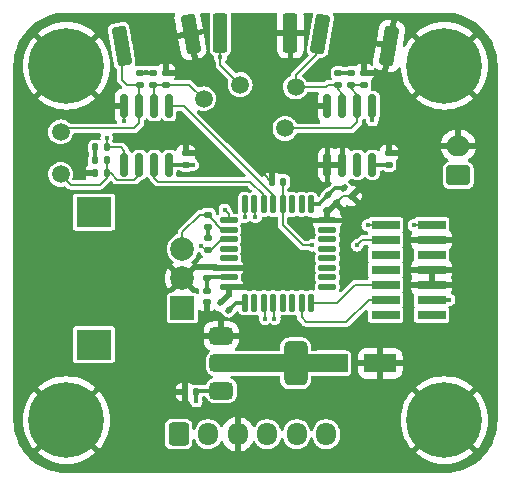
<source format=gbr>
%TF.GenerationSoftware,KiCad,Pcbnew,8.0.8*%
%TF.CreationDate,2025-01-29T06:06:35+01:00*%
%TF.ProjectId,PCB_Gant,5043425f-4761-46e7-942e-6b696361645f,rev?*%
%TF.SameCoordinates,Original*%
%TF.FileFunction,Copper,L1,Top*%
%TF.FilePolarity,Positive*%
%FSLAX46Y46*%
G04 Gerber Fmt 4.6, Leading zero omitted, Abs format (unit mm)*
G04 Created by KiCad (PCBNEW 8.0.8) date 2025-01-29 06:06:35*
%MOMM*%
%LPD*%
G01*
G04 APERTURE LIST*
G04 Aperture macros list*
%AMRoundRect*
0 Rectangle with rounded corners*
0 $1 Rounding radius*
0 $2 $3 $4 $5 $6 $7 $8 $9 X,Y pos of 4 corners*
0 Add a 4 corners polygon primitive as box body*
4,1,4,$2,$3,$4,$5,$6,$7,$8,$9,$2,$3,0*
0 Add four circle primitives for the rounded corners*
1,1,$1+$1,$2,$3*
1,1,$1+$1,$4,$5*
1,1,$1+$1,$6,$7*
1,1,$1+$1,$8,$9*
0 Add four rect primitives between the rounded corners*
20,1,$1+$1,$2,$3,$4,$5,0*
20,1,$1+$1,$4,$5,$6,$7,0*
20,1,$1+$1,$6,$7,$8,$9,0*
20,1,$1+$1,$8,$9,$2,$3,0*%
G04 Aperture macros list end*
%TA.AperFunction,SMDPad,CuDef*%
%ADD10RoundRect,0.140000X0.219203X0.021213X0.021213X0.219203X-0.219203X-0.021213X-0.021213X-0.219203X0*%
%TD*%
%TA.AperFunction,SMDPad,CuDef*%
%ADD11RoundRect,0.375000X-0.625000X-0.375000X0.625000X-0.375000X0.625000X0.375000X-0.625000X0.375000X0*%
%TD*%
%TA.AperFunction,SMDPad,CuDef*%
%ADD12RoundRect,0.500000X-0.500000X-1.400000X0.500000X-1.400000X0.500000X1.400000X-0.500000X1.400000X0*%
%TD*%
%TA.AperFunction,SMDPad,CuDef*%
%ADD13RoundRect,0.135000X0.135000X0.185000X-0.135000X0.185000X-0.135000X-0.185000X0.135000X-0.185000X0*%
%TD*%
%TA.AperFunction,SMDPad,CuDef*%
%ADD14C,1.500000*%
%TD*%
%TA.AperFunction,SMDPad,CuDef*%
%ADD15RoundRect,0.150000X-0.150000X0.825000X-0.150000X-0.825000X0.150000X-0.825000X0.150000X0.825000X0*%
%TD*%
%TA.AperFunction,SMDPad,CuDef*%
%ADD16RoundRect,0.250000X-1.137500X-0.550000X1.137500X-0.550000X1.137500X0.550000X-1.137500X0.550000X0*%
%TD*%
%TA.AperFunction,SMDPad,CuDef*%
%ADD17RoundRect,0.250000X-0.362500X-1.425000X0.362500X-1.425000X0.362500X1.425000X-0.362500X1.425000X0*%
%TD*%
%TA.AperFunction,SMDPad,CuDef*%
%ADD18RoundRect,0.135000X-0.185000X0.135000X-0.185000X-0.135000X0.185000X-0.135000X0.185000X0.135000X0*%
%TD*%
%TA.AperFunction,SMDPad,CuDef*%
%ADD19RoundRect,0.135000X0.185000X-0.135000X0.185000X0.135000X-0.185000X0.135000X-0.185000X-0.135000X0*%
%TD*%
%TA.AperFunction,SMDPad,CuDef*%
%ADD20RoundRect,0.140000X0.140000X0.170000X-0.140000X0.170000X-0.140000X-0.170000X0.140000X-0.170000X0*%
%TD*%
%TA.AperFunction,SMDPad,CuDef*%
%ADD21RoundRect,0.140000X-0.219203X-0.021213X-0.021213X-0.219203X0.219203X0.021213X0.021213X0.219203X0*%
%TD*%
%TA.AperFunction,SMDPad,CuDef*%
%ADD22RoundRect,0.140000X-0.170000X0.140000X-0.170000X-0.140000X0.170000X-0.140000X0.170000X0.140000X0*%
%TD*%
%TA.AperFunction,ComponentPad*%
%ADD23RoundRect,0.250000X0.750000X-0.600000X0.750000X0.600000X-0.750000X0.600000X-0.750000X-0.600000X0*%
%TD*%
%TA.AperFunction,ComponentPad*%
%ADD24O,2.000000X1.700000*%
%TD*%
%TA.AperFunction,ComponentPad*%
%ADD25C,0.800000*%
%TD*%
%TA.AperFunction,ComponentPad*%
%ADD26C,6.400000*%
%TD*%
%TA.AperFunction,SMDPad,CuDef*%
%ADD27RoundRect,0.140000X0.170000X-0.140000X0.170000X0.140000X-0.170000X0.140000X-0.170000X-0.140000X0*%
%TD*%
%TA.AperFunction,SMDPad,CuDef*%
%ADD28RoundRect,0.135000X-0.135000X-0.185000X0.135000X-0.185000X0.135000X0.185000X-0.135000X0.185000X0*%
%TD*%
%TA.AperFunction,ComponentPad*%
%ADD29RoundRect,0.250000X-0.600000X-0.725000X0.600000X-0.725000X0.600000X0.725000X-0.600000X0.725000X0*%
%TD*%
%TA.AperFunction,ComponentPad*%
%ADD30O,1.700000X1.950000*%
%TD*%
%TA.AperFunction,SMDPad,CuDef*%
%ADD31RoundRect,0.250000X-0.109544X-1.466299X0.604441X-1.340404X0.109544X1.466299X-0.604441X1.340404X0*%
%TD*%
%TA.AperFunction,SMDPad,CuDef*%
%ADD32RoundRect,0.125000X-0.125000X0.625000X-0.125000X-0.625000X0.125000X-0.625000X0.125000X0.625000X0*%
%TD*%
%TA.AperFunction,SMDPad,CuDef*%
%ADD33RoundRect,0.125000X-0.625000X0.125000X-0.625000X-0.125000X0.625000X-0.125000X0.625000X0.125000X0*%
%TD*%
%TA.AperFunction,ComponentPad*%
%ADD34R,2.000000X2.000000*%
%TD*%
%TA.AperFunction,ComponentPad*%
%ADD35C,2.000000*%
%TD*%
%TA.AperFunction,ComponentPad*%
%ADD36R,3.000000X2.500000*%
%TD*%
%TA.AperFunction,SMDPad,CuDef*%
%ADD37RoundRect,0.250000X-0.604441X-1.340404X0.109544X-1.466299X0.604441X1.340404X-0.109544X1.466299X0*%
%TD*%
%TA.AperFunction,SMDPad,CuDef*%
%ADD38R,2.400000X0.740000*%
%TD*%
%TA.AperFunction,ViaPad*%
%ADD39C,0.450000*%
%TD*%
%TA.AperFunction,Conductor*%
%ADD40C,0.200000*%
%TD*%
%TA.AperFunction,Conductor*%
%ADD41C,0.300000*%
%TD*%
%TA.AperFunction,Conductor*%
%ADD42C,1.500000*%
%TD*%
G04 APERTURE END LIST*
D10*
%TO.P,C6,1*%
%TO.N,+3.3V*%
X113739411Y-90659411D03*
%TO.P,C6,2*%
%TO.N,GND*%
X113060589Y-89980589D03*
%TD*%
D11*
%TO.P,U5,1,GND*%
%TO.N,GND*%
X113100000Y-92900000D03*
%TO.P,U5,2,VO*%
%TO.N,+3.3V*%
X113100000Y-95200000D03*
D12*
X119400000Y-95200000D03*
D11*
%TO.P,U5,3,VI*%
%TO.N,+5V*%
X113100000Y-97500000D03*
%TD*%
D13*
%TO.P,R7,1*%
%TO.N,Net-(U2B--)*%
X103420000Y-79100000D03*
%TO.P,R7,2*%
%TO.N,GND*%
X102400000Y-79100000D03*
%TD*%
D14*
%TO.P,Flex1pos1,1,1*%
%TO.N,Net-(U2A-+)*%
X99500000Y-75600000D03*
%TD*%
D15*
%TO.P,U2,1*%
%TO.N,GPIO1*%
X108705000Y-73425000D03*
%TO.P,U2,2,-*%
%TO.N,Net-(U2A--)*%
X107435000Y-73425000D03*
%TO.P,U2,3,+*%
%TO.N,Net-(U2A-+)*%
X106165000Y-73425000D03*
%TO.P,U2,4,V-*%
%TO.N,GND*%
X104895000Y-73425000D03*
%TO.P,U2,5,+*%
%TO.N,Net-(U2B-+)*%
X104895000Y-78375000D03*
%TO.P,U2,6,-*%
%TO.N,Net-(U2B--)*%
X106165000Y-78375000D03*
%TO.P,U2,7*%
%TO.N,GPIO2*%
X107435000Y-78375000D03*
%TO.P,U2,8,V+*%
%TO.N,+3.3V*%
X108705000Y-78375000D03*
%TD*%
D16*
%TO.P,C8,1*%
%TO.N,+3.3V*%
X122437500Y-95200000D03*
%TO.P,C8,2*%
%TO.N,GND*%
X126562500Y-95200000D03*
%TD*%
D14*
%TO.P,Flex2pos1,1,1*%
%TO.N,Net-(U2B-+)*%
X114700000Y-71600000D03*
%TD*%
D17*
%TO.P,R6,1*%
%TO.N,Net-(U2B-+)*%
X113037500Y-67200000D03*
%TO.P,R6,2*%
%TO.N,GND*%
X118962500Y-67200000D03*
%TD*%
D18*
%TO.P,R13,1*%
%TO.N,+3.3V*%
X112000000Y-84600000D03*
%TO.P,R13,2*%
%TO.N,CLK*%
X112000000Y-85620000D03*
%TD*%
D15*
%TO.P,U3,1*%
%TO.N,GPIO3*%
X125905000Y-73425000D03*
%TO.P,U3,2,-*%
%TO.N,Net-(U3A--)*%
X124635000Y-73425000D03*
%TO.P,U3,3,+*%
%TO.N,Net-(U3A-+)*%
X123365000Y-73425000D03*
%TO.P,U3,4,V-*%
%TO.N,GND*%
X122095000Y-73425000D03*
%TO.P,U3,5,+*%
X122095000Y-78375000D03*
%TO.P,U3,6,-*%
X123365000Y-78375000D03*
%TO.P,U3,7*%
%TO.N,unconnected-(U3-Pad7)*%
X124635000Y-78375000D03*
%TO.P,U3,8,V+*%
%TO.N,+3.3V*%
X125905000Y-78375000D03*
%TD*%
D19*
%TO.P,R14,1*%
%TO.N,+3.3V*%
X112000000Y-83620000D03*
%TO.P,R14,2*%
%TO.N,DT*%
X112000000Y-82600000D03*
%TD*%
D20*
%TO.P,C2,1*%
%TO.N,NRST*%
X118360000Y-79800000D03*
%TO.P,C2,2*%
%TO.N,GND*%
X117400000Y-79800000D03*
%TD*%
D19*
%TO.P,R1,1*%
%TO.N,Net-(U2A--)*%
X107300000Y-71600000D03*
%TO.P,R1,2*%
%TO.N,+5V*%
X107300000Y-70580000D03*
%TD*%
D21*
%TO.P,C5,1*%
%TO.N,+3.3V*%
X122160589Y-80960589D03*
%TO.P,C5,2*%
%TO.N,GND*%
X122839411Y-81639411D03*
%TD*%
D22*
%TO.P,C9,1*%
%TO.N,GND*%
X110100000Y-77420000D03*
%TO.P,C9,2*%
%TO.N,+3.3V*%
X110100000Y-78380000D03*
%TD*%
D14*
%TO.P,Flex1neg1,1,1*%
%TO.N,Net-(U2A--)*%
X111600000Y-72800000D03*
%TD*%
D23*
%TO.P,J3,1,Pin_1*%
%TO.N,+5V*%
X133160000Y-79280000D03*
D24*
%TO.P,J3,2,Pin_2*%
%TO.N,GND*%
X133160000Y-76780000D03*
%TD*%
D25*
%TO.P,H1,1,1*%
%TO.N,GND*%
X97600000Y-100000000D03*
X98302944Y-98302944D03*
X98302944Y-101697056D03*
X100000000Y-97600000D03*
D26*
X100000000Y-100000000D03*
D25*
X100000000Y-102400000D03*
X101697056Y-98302944D03*
X101697056Y-101697056D03*
X102400000Y-100000000D03*
%TD*%
D27*
%TO.P,C12,1*%
%TO.N,+3.3V*%
X127300000Y-78380000D03*
%TO.P,C12,2*%
%TO.N,GND*%
X127300000Y-77420000D03*
%TD*%
D14*
%TO.P,Flex2neg1,1,1*%
%TO.N,Net-(U2B--)*%
X99500000Y-79200000D03*
%TD*%
D28*
%TO.P,R5,1*%
%TO.N,+5V*%
X102400000Y-76900000D03*
%TO.P,R5,2*%
%TO.N,Net-(U2B-+)*%
X103420000Y-76900000D03*
%TD*%
D29*
%TO.P,J2,1,Pin_1*%
%TO.N,unconnected-(J2-Pin_1-Pad1)*%
X109500000Y-101200000D03*
D30*
%TO.P,J2,2,Pin_2*%
%TO.N,+5V*%
X112000000Y-101200000D03*
%TO.P,J2,3,Pin_3*%
%TO.N,GND*%
X114500000Y-101200000D03*
%TO.P,J2,4,Pin_4*%
%TO.N,UART1_HC05_TX*%
X117000000Y-101200000D03*
%TO.P,J2,5,Pin_5*%
%TO.N,UART1_HC05_RX*%
X119500000Y-101200000D03*
%TO.P,J2,6,Pin_6*%
%TO.N,unconnected-(J2-Pin_6-Pad6)*%
X122000000Y-101200000D03*
%TD*%
D14*
%TO.P,Flex3neg1,1,1*%
%TO.N,Net-(U3A--)*%
X118500000Y-75300000D03*
%TD*%
D31*
%TO.P,R4,1*%
%TO.N,Net-(U2A-+)*%
X104665014Y-68314433D03*
%TO.P,R4,2*%
%TO.N,GND*%
X110500000Y-67285567D03*
%TD*%
D27*
%TO.P,C3,1*%
%TO.N,+3.3V*%
X111860000Y-88010000D03*
%TO.P,C3,2*%
%TO.N,GND*%
X111860000Y-87050000D03*
%TD*%
D32*
%TO.P,U1,1,VDD*%
%TO.N,+3.3V*%
X120700000Y-81725000D03*
%TO.P,U1,2,PF0*%
%TO.N,unconnected-(U1-PF0-Pad2)*%
X119900000Y-81725000D03*
%TO.P,U1,3,PF1*%
%TO.N,unconnected-(U1-PF1-Pad3)*%
X119100000Y-81725000D03*
%TO.P,U1,4,PG10*%
%TO.N,NRST*%
X118300000Y-81725000D03*
%TO.P,U1,5,PA0*%
%TO.N,GPIO1*%
X117500000Y-81725000D03*
%TO.P,U1,6,PA1*%
%TO.N,GPIO2*%
X116700000Y-81725000D03*
%TO.P,U1,7,PA2*%
%TO.N,UART2_DEBUG_TX*%
X115900000Y-81725000D03*
%TO.P,U1,8,PA3*%
%TO.N,UART2_DEBUG_RX*%
X115100000Y-81725000D03*
D33*
%TO.P,U1,9,PA4*%
%TO.N,GPIO3*%
X113725000Y-83100000D03*
%TO.P,U1,10,PA5*%
%TO.N,DT*%
X113725000Y-83900000D03*
%TO.P,U1,11,PA6*%
%TO.N,CLK*%
X113725000Y-84700000D03*
%TO.P,U1,12,PA7*%
%TO.N,unconnected-(U1-PA7-Pad12)*%
X113725000Y-85500000D03*
%TO.P,U1,13,PB0*%
%TO.N,unconnected-(U1-PB0-Pad13)*%
X113725000Y-86300000D03*
%TO.P,U1,14,VSSA*%
%TO.N,GND*%
X113725000Y-87100000D03*
%TO.P,U1,15,VDDA*%
%TO.N,+3.3V*%
X113725000Y-87900000D03*
%TO.P,U1,16,VSS*%
%TO.N,GND*%
X113725000Y-88700000D03*
D32*
%TO.P,U1,17,VDD*%
%TO.N,+3.3V*%
X115100000Y-90075000D03*
%TO.P,U1,18,PA8*%
%TO.N,unconnected-(U1-PA8-Pad18)*%
X115900000Y-90075000D03*
%TO.P,U1,19,PA9*%
%TO.N,UART1_HC05_TX*%
X116700000Y-90075000D03*
%TO.P,U1,20,PA10*%
%TO.N,UART1_HC05_RX*%
X117500000Y-90075000D03*
%TO.P,U1,21,PA11*%
%TO.N,unconnected-(U1-PA11-Pad21)*%
X118300000Y-90075000D03*
%TO.P,U1,22,PA12*%
%TO.N,unconnected-(U1-PA12-Pad22)*%
X119100000Y-90075000D03*
%TO.P,U1,23,PA13*%
%TO.N,SWDIO*%
X119900000Y-90075000D03*
%TO.P,U1,24,PA14*%
%TO.N,SWCLK*%
X120700000Y-90075000D03*
D33*
%TO.P,U1,25,PA15*%
%TO.N,unconnected-(U1-PA15-Pad25)*%
X122075000Y-88700000D03*
%TO.P,U1,26,PB3*%
%TO.N,unconnected-(U1-PB3-Pad26)*%
X122075000Y-87900000D03*
%TO.P,U1,27,PB4*%
%TO.N,unconnected-(U1-PB4-Pad27)*%
X122075000Y-87100000D03*
%TO.P,U1,28,PB5*%
%TO.N,unconnected-(U1-PB5-Pad28)*%
X122075000Y-86300000D03*
%TO.P,U1,29,PB6*%
%TO.N,unconnected-(U1-PB6-Pad29)*%
X122075000Y-85500000D03*
%TO.P,U1,30,PB7*%
%TO.N,unconnected-(U1-PB7-Pad30)*%
X122075000Y-84700000D03*
%TO.P,U1,31,PB8*%
%TO.N,unconnected-(U1-PB8-Pad31)*%
X122075000Y-83900000D03*
%TO.P,U1,32,VSS*%
%TO.N,GND*%
X122075000Y-83100000D03*
%TD*%
D18*
%TO.P,R9,1*%
%TO.N,+5V*%
X123000000Y-70600000D03*
%TO.P,R9,2*%
%TO.N,Net-(U3A-+)*%
X123000000Y-71620000D03*
%TD*%
D14*
%TO.P,Flex3pos1,1,1*%
%TO.N,Net-(U3A-+)*%
X119400000Y-71800000D03*
%TD*%
D19*
%TO.P,R11,1*%
%TO.N,Net-(U3A--)*%
X125200000Y-71620000D03*
%TO.P,R11,2*%
%TO.N,GND*%
X125200000Y-70600000D03*
%TD*%
D25*
%TO.P,H2,1,1*%
%TO.N,GND*%
X97600000Y-70000000D03*
X98302944Y-68302944D03*
X98302944Y-71697056D03*
X100000000Y-67600000D03*
D26*
X100000000Y-70000000D03*
D25*
X100000000Y-72400000D03*
X101697056Y-68302944D03*
X101697056Y-71697056D03*
X102400000Y-70000000D03*
%TD*%
D18*
%TO.P,R3,1*%
%TO.N,+5V*%
X106200000Y-70580000D03*
%TO.P,R3,2*%
%TO.N,Net-(U2A-+)*%
X106200000Y-71600000D03*
%TD*%
D25*
%TO.P,H3,1,1*%
%TO.N,GND*%
X129600000Y-100000000D03*
X130302944Y-98302944D03*
X130302944Y-101697056D03*
X132000000Y-97600000D03*
D26*
X132000000Y-100000000D03*
D25*
X132000000Y-102400000D03*
X133697056Y-98302944D03*
X133697056Y-101697056D03*
X134400000Y-100000000D03*
%TD*%
D19*
%TO.P,R2,1*%
%TO.N,Net-(U2A--)*%
X108400000Y-71600000D03*
%TO.P,R2,2*%
%TO.N,GND*%
X108400000Y-70580000D03*
%TD*%
D13*
%TO.P,R8,1*%
%TO.N,Net-(U2B--)*%
X103420000Y-78000000D03*
%TO.P,R8,2*%
%TO.N,+5V*%
X102400000Y-78000000D03*
%TD*%
D34*
%TO.P,SW2,A,A*%
%TO.N,CLK*%
X109820000Y-90500000D03*
D35*
%TO.P,SW2,B,B*%
%TO.N,DT*%
X109820000Y-85500000D03*
%TO.P,SW2,C,C*%
%TO.N,GND*%
X109820000Y-88000000D03*
D36*
%TO.P,SW2,MP*%
%TO.N,N/C*%
X102320000Y-93600000D03*
X102320000Y-82400000D03*
%TD*%
D22*
%TO.P,C1,1*%
%TO.N,+3.3V*%
X111860000Y-89040000D03*
%TO.P,C1,2*%
%TO.N,GND*%
X111860000Y-90000000D03*
%TD*%
D21*
%TO.P,C4,1*%
%TO.N,+3.3V*%
X123460589Y-80360589D03*
%TO.P,C4,2*%
%TO.N,GND*%
X124139411Y-81039411D03*
%TD*%
D25*
%TO.P,H4,1,1*%
%TO.N,GND*%
X129600000Y-70000000D03*
X130302944Y-68302944D03*
X130302944Y-71697056D03*
X132000000Y-67600000D03*
D26*
X132000000Y-70000000D03*
D25*
X132000000Y-72400000D03*
X133697056Y-68302944D03*
X133697056Y-71697056D03*
X134400000Y-70000000D03*
%TD*%
D19*
%TO.P,R12,1*%
%TO.N,Net-(U3A--)*%
X124100000Y-71620000D03*
%TO.P,R12,2*%
%TO.N,+5V*%
X124100000Y-70600000D03*
%TD*%
D20*
%TO.P,C7,1*%
%TO.N,+5V*%
X111000000Y-97600000D03*
%TO.P,C7,2*%
%TO.N,GND*%
X110040000Y-97600000D03*
%TD*%
D37*
%TO.P,R10,1*%
%TO.N,Net-(U3A-+)*%
X121482507Y-67285568D03*
%TO.P,R10,2*%
%TO.N,GND*%
X127317493Y-68314432D03*
%TD*%
D38*
%TO.P,J1,1,NC*%
%TO.N,unconnected-(J1-NC-Pad1)*%
X130910000Y-91090000D03*
%TO.P,J1,2,NC*%
%TO.N,unconnected-(J1-NC-Pad2)*%
X127010000Y-91090000D03*
%TO.P,J1,3,VCC*%
%TO.N,+3.3V*%
X130910000Y-89820000D03*
%TO.P,J1,4,JTMS/SWDIO*%
%TO.N,SWDIO*%
X127010000Y-89820000D03*
%TO.P,J1,5,GND*%
%TO.N,GND*%
X130910000Y-88550000D03*
%TO.P,J1,6,JCLK/SWCLK*%
%TO.N,SWCLK*%
X127010000Y-88550000D03*
%TO.P,J1,7,GND*%
%TO.N,GND*%
X130910000Y-87280000D03*
%TO.P,J1,8,JTDO/SWO*%
%TO.N,unconnected-(J1-JTDO{slash}SWO-Pad8)*%
X127010000Y-87280000D03*
%TO.P,J1,9,JRCLK/NC*%
%TO.N,unconnected-(J1-JRCLK{slash}NC-Pad9)*%
X130910000Y-86010000D03*
%TO.P,J1,10,JTDI/NC*%
%TO.N,unconnected-(J1-JTDI{slash}NC-Pad10)*%
X127010000Y-86010000D03*
%TO.P,J1,11,GNDDetect*%
%TO.N,GND*%
X130910000Y-84740000D03*
%TO.P,J1,12,~{RST}*%
%TO.N,NRST*%
X127010000Y-84740000D03*
%TO.P,J1,13,VCP_RX*%
%TO.N,UART2_DEBUG_RX*%
X130910000Y-83470000D03*
%TO.P,J1,14,VCP_TX*%
%TO.N,UART2_DEBUG_TX*%
X127010000Y-83470000D03*
%TD*%
D39*
%TO.N,GND*%
X119700000Y-77400000D03*
X105700000Y-101600000D03*
X113600000Y-78400000D03*
X126500000Y-68200000D03*
X122700000Y-78400000D03*
X109500000Y-97600000D03*
X127900000Y-103400000D03*
X106000000Y-97300000D03*
X98500000Y-83100000D03*
X128200000Y-95200000D03*
X96300000Y-96000000D03*
X96700000Y-74000000D03*
X115700000Y-76100000D03*
X135000000Y-89400000D03*
X114400000Y-92900000D03*
X119800000Y-67200000D03*
X129000000Y-73600000D03*
X116700000Y-79200000D03*
X121000000Y-92700000D03*
X121500000Y-73400000D03*
X130000000Y-95100000D03*
X101900000Y-79100000D03*
X111900000Y-90500000D03*
X105700000Y-92300000D03*
X126800000Y-100900000D03*
X110100000Y-76900000D03*
X106300000Y-86600000D03*
X111300000Y-67100000D03*
X132300000Y-87400000D03*
X104900000Y-74700000D03*
X129500000Y-66200000D03*
X136000000Y-87400000D03*
X108900000Y-82500000D03*
X134400000Y-83400000D03*
X113720589Y-89320589D03*
X111000000Y-87049725D03*
X102100000Y-74100000D03*
X132400000Y-84700000D03*
X122075000Y-82403822D03*
X127000000Y-81000000D03*
X127300000Y-76900000D03*
X135600000Y-72700000D03*
X132400000Y-88600000D03*
X112660000Y-87070000D03*
X97900000Y-90100000D03*
X108400000Y-70100000D03*
X133200000Y-94100000D03*
%TO.N,+3.3V*%
X110700000Y-78400000D03*
X117880000Y-95200000D03*
X132400000Y-89820000D03*
X126500000Y-78380000D03*
X121396178Y-81725000D03*
X114600000Y-90075000D03*
X112000000Y-84100000D03*
X112700000Y-87900000D03*
%TO.N,NRST*%
X120800000Y-85200000D03*
X124600000Y-85200000D03*
%TO.N,+5V*%
X106750000Y-70570000D03*
X102400000Y-77460000D03*
X123550000Y-70590000D03*
X111000000Y-98400000D03*
%TO.N,UART2_DEBUG_RX*%
X129400000Y-83500000D03*
X115100000Y-82800000D03*
%TO.N,UART2_DEBUG_TX*%
X125500000Y-83500000D03*
X116000000Y-82800000D03*
%TO.N,UART1_HC05_RX*%
X117600000Y-91400000D03*
%TO.N,UART1_HC05_TX*%
X116800000Y-91400000D03*
%TO.N,Net-(U2B-+)*%
X113037500Y-69300000D03*
X103400000Y-76100000D03*
%TO.N,CLK*%
X111423619Y-85236724D03*
%TO.N,GPIO3*%
X113400000Y-82200000D03*
X125900000Y-74600000D03*
%TD*%
D40*
%TO.N,GND*%
X130950000Y-84700000D02*
X130910000Y-84740000D01*
X122095000Y-78375000D02*
X123365000Y-78375000D01*
X126500000Y-68200000D02*
X127203061Y-68200000D01*
X131030000Y-87400000D02*
X130910000Y-87280000D01*
X127203061Y-68200000D02*
X127317493Y-68314432D01*
X123439411Y-81039411D02*
X122839411Y-81639411D01*
X117300000Y-79800000D02*
X116700000Y-79200000D01*
X111880000Y-87070000D02*
X111860000Y-87050000D01*
X113480000Y-88700000D02*
X113330000Y-88850000D01*
X111000000Y-87049725D02*
X110049725Y-88000000D01*
X121500000Y-73400000D02*
X122070000Y-73400000D01*
X108400000Y-70100000D02*
X108400000Y-70580000D01*
X132400000Y-84700000D02*
X130950000Y-84700000D01*
X111900000Y-90040000D02*
X111860000Y-90000000D01*
X127300000Y-77420000D02*
X127300000Y-76900000D01*
X130960000Y-88600000D02*
X130910000Y-88550000D01*
X104760000Y-73560000D02*
X104895000Y-73425000D01*
X111300000Y-67100000D02*
X110685567Y-67100000D01*
X104900000Y-73430000D02*
X104895000Y-73425000D01*
X112690000Y-87100000D02*
X113725000Y-87100000D01*
X122070000Y-73400000D02*
X122095000Y-73425000D01*
X113720589Y-89320589D02*
X113060589Y-89980589D01*
X119800000Y-67200000D02*
X118962500Y-67200000D01*
X104900000Y-74700000D02*
X104900000Y-73430000D01*
X124139411Y-81039411D02*
X123439411Y-81039411D01*
X128200000Y-95200000D02*
X126562500Y-95200000D01*
X110100000Y-77420000D02*
X110100000Y-76900000D01*
X113725000Y-88700000D02*
X113480000Y-88700000D01*
X122075000Y-82403822D02*
X122839411Y-81639411D01*
X112660000Y-87070000D02*
X112690000Y-87100000D01*
X114400000Y-92900000D02*
X113100000Y-92900000D01*
X132400000Y-88600000D02*
X130960000Y-88600000D01*
X109500000Y-97600000D02*
X110040000Y-97600000D01*
X113725000Y-88700000D02*
X113725000Y-89316178D01*
X132300000Y-87400000D02*
X131030000Y-87400000D01*
X109500000Y-88000000D02*
X110100000Y-88000000D01*
X111900000Y-90500000D02*
X111900000Y-90040000D01*
X101900000Y-79100000D02*
X102400000Y-79100000D01*
X113725000Y-89316178D02*
X113720589Y-89320589D01*
X110049725Y-88000000D02*
X109820000Y-88000000D01*
X122075000Y-83100000D02*
X122075000Y-82403822D01*
X117400000Y-79800000D02*
X117300000Y-79800000D01*
X112660000Y-87070000D02*
X111880000Y-87070000D01*
X110685567Y-67100000D02*
X110500000Y-67285567D01*
X113725000Y-88700000D02*
X113700000Y-88700000D01*
D41*
%TO.N,+3.3V*%
X112700000Y-87900000D02*
X113725000Y-87900000D01*
X113725000Y-87900000D02*
X113500000Y-87900000D01*
X113500000Y-87900000D02*
X113400000Y-88000000D01*
X114323822Y-90075000D02*
X113739411Y-90659411D01*
D42*
X117880000Y-95200000D02*
X119400000Y-95200000D01*
D41*
X114600000Y-90075000D02*
X115100000Y-90075000D01*
X121396178Y-81725000D02*
X122160589Y-80960589D01*
D42*
X119400000Y-95200000D02*
X122437500Y-95200000D01*
D41*
X120700000Y-81725000D02*
X121396178Y-81725000D01*
X126500000Y-78380000D02*
X125910000Y-78380000D01*
X114600000Y-90075000D02*
X114323822Y-90075000D01*
X112700000Y-87900000D02*
X111970000Y-87900000D01*
X111970000Y-87900000D02*
X111860000Y-88010000D01*
X112000000Y-84600000D02*
X112000000Y-83620000D01*
X122760589Y-80360589D02*
X122160589Y-80960589D01*
X127300000Y-78380000D02*
X126500000Y-78380000D01*
X110100000Y-78380000D02*
X110680000Y-78380000D01*
X111860000Y-89040000D02*
X111860000Y-88010000D01*
X112000000Y-84100000D02*
X112000000Y-83620000D01*
D42*
X113100000Y-95200000D02*
X117880000Y-95200000D01*
D41*
X132400000Y-89820000D02*
X130910000Y-89820000D01*
X123460589Y-80360589D02*
X122760589Y-80360589D01*
X110680000Y-78380000D02*
X110700000Y-78400000D01*
X125910000Y-78380000D02*
X125905000Y-78375000D01*
X110700000Y-78400000D02*
X108730000Y-78400000D01*
X108730000Y-78400000D02*
X108705000Y-78375000D01*
D40*
%TO.N,NRST*%
X125060000Y-84740000D02*
X124600000Y-85200000D01*
X118300000Y-79860000D02*
X118360000Y-79800000D01*
X127010000Y-84740000D02*
X125060000Y-84740000D01*
X118300000Y-81725000D02*
X118300000Y-79860000D01*
X120000000Y-85200000D02*
X118300000Y-83500000D01*
X118300000Y-83500000D02*
X118300000Y-81725000D01*
X120800000Y-85200000D02*
X120000000Y-85200000D01*
D41*
%TO.N,+5V*%
X111000000Y-97600000D02*
X111000000Y-98400000D01*
X123000000Y-70600000D02*
X123540000Y-70600000D01*
X107300000Y-70580000D02*
X106200000Y-70580000D01*
X106750000Y-70570000D02*
X106740000Y-70580000D01*
X123540000Y-70600000D02*
X123550000Y-70590000D01*
X113100000Y-97500000D02*
X111100000Y-97500000D01*
X106740000Y-70580000D02*
X106200000Y-70580000D01*
X102400000Y-76900000D02*
X102400000Y-77460000D01*
X102400000Y-78000000D02*
X102400000Y-76900000D01*
X111000000Y-97600000D02*
X111100000Y-97500000D01*
X124100000Y-70600000D02*
X123000000Y-70600000D01*
D40*
%TO.N,UART2_DEBUG_RX*%
X129400000Y-83500000D02*
X130880000Y-83500000D01*
X115100000Y-82800000D02*
X115100000Y-81725000D01*
X130880000Y-83500000D02*
X130910000Y-83470000D01*
%TO.N,SWDIO*%
X125580000Y-89820000D02*
X127010000Y-89820000D01*
X119900000Y-90075000D02*
X119900000Y-91300000D01*
X120300000Y-91700000D02*
X123700000Y-91700000D01*
X123700000Y-91700000D02*
X125580000Y-89820000D01*
X119900000Y-91300000D02*
X120300000Y-91700000D01*
%TO.N,UART2_DEBUG_TX*%
X125530000Y-83470000D02*
X127010000Y-83470000D01*
X125500000Y-83500000D02*
X125530000Y-83470000D01*
X116000000Y-81825000D02*
X115900000Y-81725000D01*
X116000000Y-82800000D02*
X116000000Y-81825000D01*
%TO.N,SWCLK*%
X120700000Y-90075000D02*
X122925000Y-90075000D01*
X122925000Y-90075000D02*
X124450000Y-88550000D01*
X124450000Y-88550000D02*
X127010000Y-88550000D01*
%TO.N,UART1_HC05_RX*%
X117600000Y-91400000D02*
X117600000Y-90175000D01*
X117600000Y-90175000D02*
X117500000Y-90075000D01*
%TO.N,UART1_HC05_TX*%
X116800000Y-91400000D02*
X116800000Y-90175000D01*
X116800000Y-90175000D02*
X116700000Y-90075000D01*
%TO.N,Net-(U2A--)*%
X108400000Y-71600000D02*
X107300000Y-71600000D01*
X108400000Y-71600000D02*
X110400000Y-71600000D01*
X107435000Y-73425000D02*
X107435000Y-71735000D01*
X107435000Y-71735000D02*
X107300000Y-71600000D01*
X110400000Y-71600000D02*
X111600000Y-72800000D01*
%TO.N,Net-(U2A-+)*%
X106200000Y-71600000D02*
X105100000Y-71600000D01*
X106200000Y-71600000D02*
X106300000Y-71600000D01*
X106165000Y-74835000D02*
X105700000Y-75300000D01*
X105700000Y-75300000D02*
X99800000Y-75300000D01*
X106165000Y-73425000D02*
X106165000Y-71635000D01*
X104850000Y-71350000D02*
X104665014Y-71165014D01*
X99800000Y-75300000D02*
X99500000Y-75600000D01*
X105100000Y-71600000D02*
X104850000Y-71350000D01*
X106165000Y-71635000D02*
X106200000Y-71600000D01*
X106165000Y-73425000D02*
X106165000Y-74835000D01*
X104665014Y-71165014D02*
X104665014Y-68314433D01*
%TO.N,Net-(U2B-+)*%
X103420000Y-76120000D02*
X103400000Y-76100000D01*
X113037500Y-69300000D02*
X113037500Y-67200000D01*
X113037500Y-69937500D02*
X114700000Y-71600000D01*
X104895000Y-77185000D02*
X104895000Y-78375000D01*
X104610000Y-76900000D02*
X104895000Y-77185000D01*
X103420000Y-76900000D02*
X104610000Y-76900000D01*
X103420000Y-76900000D02*
X103420000Y-76120000D01*
X113037500Y-69300000D02*
X113037500Y-69937500D01*
%TO.N,Net-(U2B--)*%
X102800000Y-80100000D02*
X100400000Y-80100000D01*
X103420000Y-79480000D02*
X102800000Y-80100000D01*
X103420000Y-79100000D02*
X103420000Y-79480000D01*
X103750000Y-79100000D02*
X103420000Y-79100000D01*
X100400000Y-80100000D02*
X99500000Y-79200000D01*
X106165000Y-78375000D02*
X106165000Y-79235000D01*
X105750000Y-79650000D02*
X104300000Y-79650000D01*
X106165000Y-79235000D02*
X105750000Y-79650000D01*
X104300000Y-79650000D02*
X103750000Y-79100000D01*
X103420000Y-78000000D02*
X103420000Y-79100000D01*
%TO.N,Net-(U3A-+)*%
X121940000Y-71800000D02*
X121100000Y-71800000D01*
X119400000Y-71800000D02*
X119400000Y-70800000D01*
X119400000Y-70800000D02*
X121100000Y-69100000D01*
X122171471Y-71620000D02*
X122120000Y-71620000D01*
X122120000Y-71620000D02*
X121940000Y-71800000D01*
X123000000Y-72000000D02*
X123000000Y-71620000D01*
X121100000Y-71800000D02*
X119400000Y-71800000D01*
X123365000Y-72365000D02*
X123000000Y-72000000D01*
X121100000Y-67668075D02*
X121482507Y-67285568D01*
X121100000Y-69100000D02*
X121100000Y-67668075D01*
X123365000Y-73425000D02*
X123365000Y-72365000D01*
X123000000Y-71620000D02*
X122171471Y-71620000D01*
%TO.N,Net-(U3A--)*%
X124635000Y-73425000D02*
X124635000Y-72435000D01*
X125200000Y-71620000D02*
X124100000Y-71620000D01*
X124635000Y-74765000D02*
X124100000Y-75300000D01*
X124100000Y-75300000D02*
X118500000Y-75300000D01*
X124635000Y-73425000D02*
X124635000Y-74765000D01*
X124635000Y-72435000D02*
X124100000Y-71900000D01*
X124100000Y-71900000D02*
X124100000Y-71620000D01*
%TO.N,CLK*%
X112000000Y-85620000D02*
X111806895Y-85620000D01*
X112250494Y-85620000D02*
X113170494Y-84700000D01*
X109500000Y-90500000D02*
X109600000Y-90500000D01*
X113170494Y-84700000D02*
X113725000Y-84700000D01*
X112000000Y-85620000D02*
X112250494Y-85620000D01*
X111806895Y-85620000D02*
X111423619Y-85236724D01*
%TO.N,DT*%
X111305787Y-82600000D02*
X112000000Y-82600000D01*
X112000000Y-82600000D02*
X112675000Y-83275000D01*
X109820000Y-85500000D02*
X109820000Y-84085787D01*
X109820000Y-84085787D02*
X111305787Y-82600000D01*
X112675000Y-83404506D02*
X113170494Y-83900000D01*
X113170494Y-83900000D02*
X113725000Y-83900000D01*
X112675000Y-83275000D02*
X112675000Y-83404506D01*
%TO.N,GPIO1*%
X108730000Y-73400000D02*
X109924999Y-73400000D01*
X109924999Y-73400000D02*
X117500000Y-80975001D01*
X117500000Y-80975001D02*
X117500000Y-81725000D01*
X108705000Y-73425000D02*
X108730000Y-73400000D01*
%TO.N,GPIO3*%
X125900000Y-74600000D02*
X125900000Y-73430000D01*
X113725000Y-82525000D02*
X113400000Y-82200000D01*
X113725000Y-83100000D02*
X113725000Y-82525000D01*
X125900000Y-73430000D02*
X125905000Y-73425000D01*
%TO.N,GPIO2*%
X107751471Y-79800000D02*
X107435000Y-79483529D01*
X115524999Y-79800000D02*
X107751471Y-79800000D01*
X107435000Y-79483529D02*
X107435000Y-78375000D01*
X116700000Y-80975001D02*
X115524999Y-79800000D01*
X116700000Y-81725000D02*
X116700000Y-80975001D01*
%TD*%
%TA.AperFunction,Conductor*%
%TO.N,GND*%
G36*
X117156289Y-82716111D02*
G01*
X117241874Y-82759719D01*
X117241876Y-82759719D01*
X117241878Y-82759720D01*
X117341507Y-82775500D01*
X117341512Y-82775500D01*
X117658493Y-82775500D01*
X117756102Y-82760040D01*
X117825395Y-82768994D01*
X117878847Y-82813990D01*
X117899487Y-82880742D01*
X117899500Y-82882513D01*
X117899500Y-83552726D01*
X117926793Y-83654589D01*
X117939316Y-83676279D01*
X117979520Y-83745913D01*
X119754087Y-85520480D01*
X119845412Y-85573207D01*
X119947273Y-85600500D01*
X120416621Y-85600500D01*
X120483660Y-85620185D01*
X120492093Y-85626114D01*
X120534982Y-85659024D01*
X120662817Y-85711974D01*
X120800000Y-85730035D01*
X120924880Y-85713593D01*
X120993912Y-85724358D01*
X121046168Y-85770737D01*
X121051548Y-85780238D01*
X121083886Y-85843706D01*
X121096782Y-85912375D01*
X121083886Y-85956294D01*
X121040279Y-86041876D01*
X121024500Y-86141506D01*
X121024500Y-86458493D01*
X121040279Y-86558123D01*
X121083886Y-86643706D01*
X121096782Y-86712375D01*
X121083886Y-86756294D01*
X121040279Y-86841876D01*
X121024500Y-86941506D01*
X121024500Y-87258493D01*
X121040279Y-87358123D01*
X121083886Y-87443706D01*
X121096782Y-87512375D01*
X121083886Y-87556294D01*
X121040279Y-87641876D01*
X121024500Y-87741506D01*
X121024500Y-88058493D01*
X121040279Y-88158123D01*
X121083886Y-88243706D01*
X121096782Y-88312375D01*
X121083886Y-88356294D01*
X121040279Y-88441876D01*
X121024500Y-88541506D01*
X121024500Y-88858493D01*
X121029042Y-88887171D01*
X121020087Y-88956465D01*
X120975091Y-89009917D01*
X120908339Y-89030556D01*
X120887171Y-89029042D01*
X120858493Y-89024500D01*
X120858488Y-89024500D01*
X120541512Y-89024500D01*
X120541507Y-89024500D01*
X120441876Y-89040279D01*
X120356294Y-89083886D01*
X120287625Y-89096782D01*
X120243706Y-89083886D01*
X120158123Y-89040279D01*
X120058493Y-89024500D01*
X120058488Y-89024500D01*
X119741512Y-89024500D01*
X119741507Y-89024500D01*
X119641876Y-89040279D01*
X119556294Y-89083886D01*
X119487625Y-89096782D01*
X119443706Y-89083886D01*
X119358123Y-89040279D01*
X119258493Y-89024500D01*
X119258488Y-89024500D01*
X118941512Y-89024500D01*
X118941507Y-89024500D01*
X118841876Y-89040279D01*
X118756294Y-89083886D01*
X118687625Y-89096782D01*
X118643706Y-89083886D01*
X118558123Y-89040279D01*
X118458493Y-89024500D01*
X118458488Y-89024500D01*
X118141512Y-89024500D01*
X118141507Y-89024500D01*
X118041876Y-89040279D01*
X117956294Y-89083886D01*
X117887625Y-89096782D01*
X117843706Y-89083886D01*
X117758123Y-89040279D01*
X117658493Y-89024500D01*
X117658488Y-89024500D01*
X117341512Y-89024500D01*
X117341507Y-89024500D01*
X117241876Y-89040279D01*
X117156294Y-89083886D01*
X117087625Y-89096782D01*
X117043706Y-89083886D01*
X116958123Y-89040279D01*
X116858493Y-89024500D01*
X116858488Y-89024500D01*
X116541512Y-89024500D01*
X116541507Y-89024500D01*
X116441876Y-89040279D01*
X116356294Y-89083886D01*
X116287625Y-89096782D01*
X116243706Y-89083886D01*
X116158123Y-89040279D01*
X116058493Y-89024500D01*
X116058488Y-89024500D01*
X115741512Y-89024500D01*
X115741507Y-89024500D01*
X115641876Y-89040279D01*
X115556294Y-89083886D01*
X115487625Y-89096782D01*
X115443706Y-89083886D01*
X115358123Y-89040279D01*
X115258493Y-89024500D01*
X115258488Y-89024500D01*
X115082421Y-89024500D01*
X115015382Y-89004815D01*
X114983260Y-88974952D01*
X114964526Y-88950000D01*
X113975000Y-88950000D01*
X113975000Y-89469615D01*
X113955315Y-89536654D01*
X113902511Y-89582409D01*
X113833529Y-89592378D01*
X113806237Y-89588493D01*
X113325046Y-90069684D01*
X113263723Y-90103169D01*
X113194031Y-90098185D01*
X113149684Y-90069684D01*
X112971493Y-89891493D01*
X112938008Y-89830170D01*
X112942992Y-89760478D01*
X112971493Y-89716131D01*
X113474999Y-89212624D01*
X113475000Y-89212623D01*
X113475000Y-88574500D01*
X113494685Y-88507461D01*
X113547489Y-88461706D01*
X113599000Y-88450500D01*
X114383494Y-88450500D01*
X114384994Y-88450382D01*
X114394717Y-88450000D01*
X114964526Y-88450000D01*
X114964525Y-88449999D01*
X114928156Y-88324814D01*
X114928154Y-88324808D01*
X114847773Y-88188891D01*
X114847767Y-88188883D01*
X114811681Y-88152798D01*
X114778195Y-88091476D01*
X114776292Y-88063360D01*
X114775500Y-88063360D01*
X114775500Y-87736640D01*
X114777429Y-87736640D01*
X114790083Y-87676279D01*
X114811681Y-87647201D01*
X114847769Y-87611113D01*
X114847775Y-87611106D01*
X114928154Y-87475191D01*
X114928156Y-87475185D01*
X114964525Y-87350000D01*
X114394717Y-87350000D01*
X114384994Y-87349618D01*
X114383494Y-87349500D01*
X114383488Y-87349500D01*
X113066512Y-87349500D01*
X113066506Y-87349500D01*
X113065006Y-87349618D01*
X113055283Y-87350000D01*
X112446362Y-87350000D01*
X112379323Y-87330315D01*
X112358681Y-87313681D01*
X112345000Y-87300000D01*
X111044000Y-87300000D01*
X110976961Y-87280315D01*
X110972680Y-87275375D01*
X110919999Y-87253553D01*
X110302962Y-87870590D01*
X110285925Y-87807007D01*
X110220099Y-87692993D01*
X110127007Y-87599901D01*
X110012993Y-87534075D01*
X109949409Y-87517037D01*
X110690055Y-86776389D01*
X110690055Y-86776388D01*
X110643236Y-86739947D01*
X110643231Y-86739944D01*
X110635452Y-86735734D01*
X110585863Y-86686513D01*
X110570757Y-86618296D01*
X110594930Y-86552741D01*
X110623348Y-86525107D01*
X110659139Y-86500047D01*
X110820047Y-86339139D01*
X110950568Y-86152734D01*
X111046739Y-85946496D01*
X111081794Y-85815667D01*
X111118159Y-85756007D01*
X111181006Y-85725478D01*
X111249019Y-85733199D01*
X111286436Y-85748698D01*
X111286437Y-85748698D01*
X111294288Y-85750802D01*
X111293397Y-85754123D01*
X111342780Y-85775962D01*
X111378553Y-85830180D01*
X111379766Y-85829756D01*
X111425618Y-85960792D01*
X111503577Y-86066424D01*
X111526687Y-86083480D01*
X111568937Y-86139128D01*
X111574394Y-86208784D01*
X111541327Y-86270333D01*
X111487647Y-86302325D01*
X111433810Y-86317966D01*
X111433804Y-86317968D01*
X111294625Y-86400278D01*
X111294616Y-86400285D01*
X111180285Y-86514616D01*
X111180278Y-86514625D01*
X111097968Y-86653804D01*
X111055496Y-86800000D01*
X112698638Y-86800000D01*
X112765677Y-86819685D01*
X112786319Y-86836319D01*
X112800000Y-86850000D01*
X113055283Y-86850000D01*
X113065006Y-86850382D01*
X113066506Y-86850500D01*
X113066512Y-86850500D01*
X114383494Y-86850500D01*
X114384994Y-86850382D01*
X114394717Y-86850000D01*
X114964526Y-86850000D01*
X114964525Y-86849999D01*
X114928156Y-86724814D01*
X114928154Y-86724808D01*
X114847773Y-86588891D01*
X114847767Y-86588883D01*
X114811681Y-86552798D01*
X114778195Y-86491476D01*
X114776292Y-86463360D01*
X114775500Y-86463360D01*
X114775500Y-86141506D01*
X114759720Y-86041878D01*
X114759719Y-86041876D01*
X114759719Y-86041874D01*
X114716112Y-85956291D01*
X114703217Y-85887626D01*
X114716111Y-85843710D01*
X114759719Y-85758126D01*
X114760879Y-85750802D01*
X114775500Y-85658493D01*
X114775500Y-85341506D01*
X114759720Y-85241878D01*
X114759719Y-85241876D01*
X114759719Y-85241874D01*
X114716112Y-85156291D01*
X114703217Y-85087626D01*
X114716111Y-85043710D01*
X114759719Y-84958126D01*
X114759720Y-84958121D01*
X114775500Y-84858493D01*
X114775500Y-84541506D01*
X114759720Y-84441878D01*
X114759719Y-84441876D01*
X114759719Y-84441874D01*
X114716112Y-84356291D01*
X114703217Y-84287626D01*
X114716111Y-84243710D01*
X114759719Y-84158126D01*
X114762511Y-84140499D01*
X114775500Y-84058493D01*
X114775500Y-83741506D01*
X114759720Y-83641878D01*
X114759719Y-83641876D01*
X114759719Y-83641874D01*
X114716112Y-83556291D01*
X114703217Y-83487626D01*
X114716111Y-83443709D01*
X114759719Y-83358126D01*
X114759719Y-83358122D01*
X114762491Y-83352683D01*
X114810465Y-83301886D01*
X114878286Y-83285091D01*
X114920425Y-83294415D01*
X114962817Y-83311974D01*
X115084039Y-83327933D01*
X115099999Y-83330035D01*
X115100000Y-83330035D01*
X115100001Y-83330035D01*
X115112947Y-83328330D01*
X115237183Y-83311974D01*
X115365018Y-83259024D01*
X115396348Y-83234983D01*
X115474513Y-83175005D01*
X115539682Y-83149810D01*
X115608127Y-83163848D01*
X115625487Y-83175005D01*
X115734980Y-83259023D01*
X115734981Y-83259023D01*
X115734982Y-83259024D01*
X115862817Y-83311974D01*
X115985702Y-83328152D01*
X115999999Y-83330035D01*
X116000000Y-83330035D01*
X116000001Y-83330035D01*
X116012947Y-83328330D01*
X116137183Y-83311974D01*
X116265018Y-83259024D01*
X116374791Y-83174791D01*
X116459024Y-83065018D01*
X116511974Y-82937183D01*
X116519066Y-82883313D01*
X116547333Y-82819418D01*
X116605657Y-82780947D01*
X116642005Y-82775500D01*
X116858493Y-82775500D01*
X116958121Y-82759720D01*
X116958121Y-82759719D01*
X116958126Y-82759719D01*
X117043708Y-82716112D01*
X117112374Y-82703217D01*
X117156289Y-82716111D01*
G37*
%TD.AperFunction*%
%TA.AperFunction,Conductor*%
G36*
X111043435Y-88869882D02*
G01*
X111063075Y-88867845D01*
X111074836Y-88857809D01*
X111144067Y-88848384D01*
X111207403Y-88877885D01*
X111244736Y-88936944D01*
X111249500Y-88970986D01*
X111249500Y-89205167D01*
X111229815Y-89272206D01*
X111177011Y-89317961D01*
X111107853Y-89327905D01*
X111044297Y-89298880D01*
X111037819Y-89292848D01*
X110992765Y-89247794D01*
X110889992Y-89202415D01*
X110864868Y-89199500D01*
X110717308Y-89199500D01*
X110650269Y-89179815D01*
X110629627Y-89163181D01*
X109949408Y-88482962D01*
X110012993Y-88465925D01*
X110127007Y-88400099D01*
X110220099Y-88307007D01*
X110285925Y-88192993D01*
X110302962Y-88129408D01*
X111043435Y-88869882D01*
G37*
%TD.AperFunction*%
%TA.AperFunction,Conductor*%
G36*
X109774783Y-73820185D02*
G01*
X109795425Y-73836819D01*
X115146425Y-79187819D01*
X115179910Y-79249142D01*
X115174926Y-79318834D01*
X115133054Y-79374767D01*
X115067590Y-79399184D01*
X115058744Y-79399500D01*
X109428053Y-79399500D01*
X109361014Y-79379815D01*
X109315259Y-79327011D01*
X109304594Y-79263925D01*
X109305500Y-79254266D01*
X109305500Y-78974500D01*
X109325185Y-78907461D01*
X109377989Y-78861706D01*
X109429500Y-78850500D01*
X109595201Y-78850500D01*
X109662240Y-78870185D01*
X109668827Y-78874724D01*
X109721843Y-78913852D01*
X109746526Y-78922489D01*
X109847173Y-78957708D01*
X109847177Y-78957708D01*
X109847181Y-78957710D01*
X109862057Y-78959105D01*
X109876930Y-78960500D01*
X109876934Y-78960500D01*
X110323070Y-78960500D01*
X110336289Y-78959260D01*
X110352819Y-78957710D01*
X110478157Y-78913852D01*
X110478158Y-78913851D01*
X110481828Y-78912567D01*
X110551607Y-78909004D01*
X110554910Y-78910077D01*
X110554966Y-78909870D01*
X110562808Y-78911970D01*
X110562817Y-78911974D01*
X110685702Y-78928152D01*
X110699999Y-78930035D01*
X110700000Y-78930035D01*
X110700001Y-78930035D01*
X110712947Y-78928330D01*
X110837183Y-78911974D01*
X110965018Y-78859024D01*
X111074791Y-78774791D01*
X111159024Y-78665018D01*
X111211974Y-78537183D01*
X111230035Y-78400000D01*
X111211974Y-78262817D01*
X111159024Y-78134983D01*
X111074791Y-78025209D01*
X111074789Y-78025208D01*
X111074789Y-78025207D01*
X111021378Y-77984223D01*
X110965018Y-77940976D01*
X110943344Y-77931998D01*
X110888942Y-77888160D01*
X110866876Y-77821866D01*
X110871721Y-77782843D01*
X110904505Y-77670000D01*
X110224000Y-77670000D01*
X110156961Y-77650315D01*
X110111206Y-77597511D01*
X110100000Y-77546000D01*
X110100000Y-77420000D01*
X109974000Y-77420000D01*
X109906961Y-77400315D01*
X109861206Y-77347511D01*
X109850000Y-77296000D01*
X109850000Y-77170000D01*
X110350000Y-77170000D01*
X110904504Y-77170000D01*
X110862031Y-77023804D01*
X110779721Y-76884625D01*
X110779714Y-76884616D01*
X110665383Y-76770285D01*
X110665374Y-76770278D01*
X110526195Y-76687968D01*
X110526190Y-76687966D01*
X110370918Y-76642855D01*
X110370912Y-76642854D01*
X110350000Y-76641209D01*
X110350000Y-77170000D01*
X109850000Y-77170000D01*
X109850000Y-76641210D01*
X109849999Y-76641209D01*
X109829087Y-76642854D01*
X109829081Y-76642855D01*
X109673809Y-76687966D01*
X109673804Y-76687968D01*
X109534625Y-76770278D01*
X109534616Y-76770285D01*
X109420285Y-76884616D01*
X109420278Y-76884625D01*
X109337968Y-77023804D01*
X109337966Y-77023808D01*
X109310376Y-77118775D01*
X109272770Y-77177660D01*
X109209297Y-77206866D01*
X109140110Y-77197120D01*
X109117667Y-77183950D01*
X109112449Y-77180099D01*
X109067882Y-77147207D01*
X109067880Y-77147206D01*
X108939700Y-77102353D01*
X108909270Y-77099500D01*
X108909266Y-77099500D01*
X108500734Y-77099500D01*
X108500730Y-77099500D01*
X108470300Y-77102353D01*
X108470298Y-77102353D01*
X108342119Y-77147206D01*
X108342117Y-77147207D01*
X108232850Y-77227850D01*
X108186396Y-77290794D01*
X108169770Y-77313321D01*
X108114123Y-77355571D01*
X108044466Y-77361030D01*
X107982917Y-77327962D01*
X107970230Y-77313321D01*
X107958512Y-77297444D01*
X107907150Y-77227850D01*
X107797882Y-77147207D01*
X107797880Y-77147206D01*
X107669700Y-77102353D01*
X107639270Y-77099500D01*
X107639266Y-77099500D01*
X107230734Y-77099500D01*
X107230730Y-77099500D01*
X107200300Y-77102353D01*
X107200298Y-77102353D01*
X107072119Y-77147206D01*
X107072117Y-77147207D01*
X106962850Y-77227850D01*
X106916396Y-77290794D01*
X106899770Y-77313321D01*
X106844123Y-77355571D01*
X106774466Y-77361030D01*
X106712917Y-77327962D01*
X106700230Y-77313321D01*
X106688512Y-77297444D01*
X106637150Y-77227850D01*
X106527882Y-77147207D01*
X106527880Y-77147206D01*
X106399700Y-77102353D01*
X106369270Y-77099500D01*
X106369266Y-77099500D01*
X105960734Y-77099500D01*
X105960730Y-77099500D01*
X105930300Y-77102353D01*
X105930298Y-77102353D01*
X105802119Y-77147206D01*
X105802117Y-77147207D01*
X105692850Y-77227850D01*
X105646396Y-77290794D01*
X105629770Y-77313321D01*
X105574123Y-77355571D01*
X105504466Y-77361030D01*
X105442917Y-77327962D01*
X105430230Y-77313321D01*
X105418512Y-77297444D01*
X105367150Y-77227850D01*
X105344148Y-77210873D01*
X105301899Y-77155228D01*
X105298055Y-77140002D01*
X105297604Y-77140124D01*
X105290779Y-77114653D01*
X105286719Y-77099500D01*
X105268207Y-77030412D01*
X105215480Y-76939087D01*
X104855913Y-76579520D01*
X104810250Y-76553156D01*
X104764589Y-76526793D01*
X104713657Y-76513146D01*
X104662727Y-76499500D01*
X104662726Y-76499500D01*
X103999816Y-76499500D01*
X103932777Y-76479815D01*
X103900043Y-76449130D01*
X103893050Y-76439654D01*
X103869081Y-76374024D01*
X103878262Y-76318572D01*
X103883715Y-76305408D01*
X103911974Y-76237183D01*
X103930035Y-76100000D01*
X103911974Y-75962817D01*
X103874337Y-75871952D01*
X103866868Y-75802483D01*
X103898143Y-75740004D01*
X103958232Y-75704352D01*
X103988898Y-75700500D01*
X105752725Y-75700500D01*
X105752727Y-75700500D01*
X105854588Y-75673207D01*
X105945913Y-75620480D01*
X106485480Y-75080913D01*
X106538207Y-74989587D01*
X106565500Y-74887727D01*
X106565500Y-74687628D01*
X106585185Y-74620589D01*
X106615866Y-74587857D01*
X106637150Y-74572150D01*
X106700231Y-74486677D01*
X106755876Y-74444428D01*
X106825532Y-74438969D01*
X106887082Y-74472036D01*
X106899763Y-74486670D01*
X106962850Y-74572150D01*
X107072118Y-74652793D01*
X107088311Y-74658459D01*
X107200299Y-74697646D01*
X107230730Y-74700500D01*
X107230734Y-74700500D01*
X107639270Y-74700500D01*
X107669699Y-74697646D01*
X107669701Y-74697646D01*
X107751259Y-74669107D01*
X107797882Y-74652793D01*
X107907150Y-74572150D01*
X107970231Y-74486677D01*
X108025877Y-74444428D01*
X108095533Y-74438969D01*
X108157083Y-74472036D01*
X108169763Y-74486670D01*
X108232850Y-74572150D01*
X108342118Y-74652793D01*
X108358311Y-74658459D01*
X108470299Y-74697646D01*
X108500730Y-74700500D01*
X108500734Y-74700500D01*
X108909270Y-74700500D01*
X108939699Y-74697646D01*
X108939701Y-74697646D01*
X109021259Y-74669107D01*
X109067882Y-74652793D01*
X109177150Y-74572150D01*
X109257793Y-74462882D01*
X109296419Y-74352495D01*
X109302646Y-74334701D01*
X109302646Y-74334699D01*
X109305500Y-74304269D01*
X109305500Y-73924500D01*
X109325185Y-73857461D01*
X109377989Y-73811706D01*
X109429500Y-73800500D01*
X109707744Y-73800500D01*
X109774783Y-73820185D01*
G37*
%TD.AperFunction*%
%TA.AperFunction,Conductor*%
G36*
X109149544Y-65520185D02*
G01*
X109195299Y-65572989D01*
X109205243Y-65642147D01*
X109197744Y-65670281D01*
X109166183Y-65749724D01*
X109140771Y-65923202D01*
X109148273Y-66026174D01*
X109360988Y-67232548D01*
X110456588Y-67039365D01*
X111552185Y-66846181D01*
X111340567Y-65646032D01*
X111348311Y-65576593D01*
X111392368Y-65522364D01*
X111458749Y-65500562D01*
X111462683Y-65500500D01*
X112012506Y-65500500D01*
X112079545Y-65520185D01*
X112125300Y-65572989D01*
X112135622Y-65639284D01*
X112135123Y-65643434D01*
X112135123Y-65643436D01*
X112124500Y-65731898D01*
X112124500Y-68668102D01*
X112125327Y-68674986D01*
X112135122Y-68756561D01*
X112190639Y-68897343D01*
X112282077Y-69017922D01*
X112395827Y-69104181D01*
X112402658Y-69109361D01*
X112436062Y-69122533D01*
X112491206Y-69165439D01*
X112514399Y-69231346D01*
X112513511Y-69254073D01*
X112507465Y-69299997D01*
X112507465Y-69300000D01*
X112522804Y-69416511D01*
X112525526Y-69437181D01*
X112525527Y-69437186D01*
X112578474Y-69565015D01*
X112578475Y-69565017D01*
X112578476Y-69565018D01*
X112611375Y-69607892D01*
X112636570Y-69673060D01*
X112637000Y-69683379D01*
X112637000Y-69884773D01*
X112637000Y-69990227D01*
X112648707Y-70033918D01*
X112664293Y-70092089D01*
X112681442Y-70121791D01*
X112717020Y-70183413D01*
X112717022Y-70183415D01*
X113673351Y-71139744D01*
X113706836Y-71201067D01*
X113704331Y-71263420D01*
X113664699Y-71394067D01*
X113644417Y-71600000D01*
X113664699Y-71805932D01*
X113687387Y-71880724D01*
X113724768Y-72003954D01*
X113822315Y-72186450D01*
X113853353Y-72224270D01*
X113953589Y-72346410D01*
X114003193Y-72387118D01*
X114113550Y-72477685D01*
X114296046Y-72575232D01*
X114494066Y-72635300D01*
X114494065Y-72635300D01*
X114512529Y-72637118D01*
X114700000Y-72655583D01*
X114905934Y-72635300D01*
X115103954Y-72575232D01*
X115286450Y-72477685D01*
X115446410Y-72346410D01*
X115577685Y-72186450D01*
X115675232Y-72003954D01*
X115735300Y-71805934D01*
X115755583Y-71600000D01*
X115735300Y-71394066D01*
X115675232Y-71196046D01*
X115577685Y-71013550D01*
X115517974Y-70940792D01*
X115446410Y-70853589D01*
X115318477Y-70748599D01*
X115286450Y-70722315D01*
X115103954Y-70624768D01*
X114905934Y-70564700D01*
X114905932Y-70564699D01*
X114905934Y-70564699D01*
X114700000Y-70544417D01*
X114494067Y-70564699D01*
X114413837Y-70589036D01*
X114363418Y-70604331D01*
X114293553Y-70604954D01*
X114239744Y-70573351D01*
X113474319Y-69807926D01*
X113440834Y-69746603D01*
X113438000Y-69720245D01*
X113438000Y-69683379D01*
X113457685Y-69616340D01*
X113463619Y-69607899D01*
X113496524Y-69565018D01*
X113549474Y-69437183D01*
X113567535Y-69300000D01*
X113561488Y-69254072D01*
X113572253Y-69185040D01*
X113618632Y-69132783D01*
X113638936Y-69122534D01*
X113672342Y-69109361D01*
X113792922Y-69017922D01*
X113884361Y-68897342D01*
X113939877Y-68756564D01*
X113949673Y-68674986D01*
X117850001Y-68674986D01*
X117860494Y-68777697D01*
X117915641Y-68944119D01*
X117915643Y-68944124D01*
X118007684Y-69093345D01*
X118131654Y-69217315D01*
X118280875Y-69309356D01*
X118280880Y-69309358D01*
X118447302Y-69364505D01*
X118447309Y-69364506D01*
X118550019Y-69374999D01*
X118712499Y-69374999D01*
X119212500Y-69374999D01*
X119374972Y-69374999D01*
X119374986Y-69374998D01*
X119477697Y-69364505D01*
X119644119Y-69309358D01*
X119644124Y-69309356D01*
X119793345Y-69217315D01*
X119917315Y-69093345D01*
X120009356Y-68944124D01*
X120009358Y-68944119D01*
X120064505Y-68777697D01*
X120064506Y-68777690D01*
X120074999Y-68674986D01*
X120075000Y-68674973D01*
X120075000Y-67450000D01*
X119212500Y-67450000D01*
X119212500Y-69374999D01*
X118712499Y-69374999D01*
X118712500Y-69374998D01*
X118712500Y-67450000D01*
X117850001Y-67450000D01*
X117850001Y-68674986D01*
X113949673Y-68674986D01*
X113950500Y-68668102D01*
X113950500Y-65731898D01*
X113939877Y-65643436D01*
X113939876Y-65643434D01*
X113939378Y-65639284D01*
X113950930Y-65570376D01*
X113997902Y-65518652D01*
X114062494Y-65500500D01*
X117735624Y-65500500D01*
X117802663Y-65520185D01*
X117848418Y-65572989D01*
X117858982Y-65637103D01*
X117850000Y-65725013D01*
X117850000Y-66950000D01*
X120074999Y-66950000D01*
X120074999Y-65725028D01*
X120074998Y-65725010D01*
X120066018Y-65637101D01*
X120078788Y-65568408D01*
X120126669Y-65517524D01*
X120189376Y-65500500D01*
X120725929Y-65500500D01*
X120792968Y-65520185D01*
X120838723Y-65572989D01*
X120848667Y-65642147D01*
X120844607Y-65660439D01*
X120838311Y-65681227D01*
X120838308Y-65681241D01*
X120328444Y-68572819D01*
X120328442Y-68572836D01*
X120323544Y-68661782D01*
X120323544Y-68661788D01*
X120353769Y-68810063D01*
X120353772Y-68810070D01*
X120422883Y-68944695D01*
X120469694Y-68995199D01*
X120500830Y-69057748D01*
X120493206Y-69127200D01*
X120466432Y-69167173D01*
X119079522Y-70554084D01*
X119079520Y-70554087D01*
X119026791Y-70645413D01*
X119012642Y-70698225D01*
X119012642Y-70698226D01*
X118999500Y-70747273D01*
X118999500Y-70748599D01*
X118999183Y-70749675D01*
X118998439Y-70755333D01*
X118997556Y-70755216D01*
X118979815Y-70815638D01*
X118933953Y-70857957D01*
X118813550Y-70922315D01*
X118813548Y-70922316D01*
X118813547Y-70922317D01*
X118653589Y-71053589D01*
X118533845Y-71199500D01*
X118522315Y-71213550D01*
X118504879Y-71246171D01*
X118424769Y-71396043D01*
X118364699Y-71594067D01*
X118344417Y-71800000D01*
X118364699Y-72005932D01*
X118374250Y-72037417D01*
X118424768Y-72203954D01*
X118522315Y-72386450D01*
X118522864Y-72387119D01*
X118653589Y-72546410D01*
X118750209Y-72625702D01*
X118813550Y-72677685D01*
X118996046Y-72775232D01*
X119194066Y-72835300D01*
X119194065Y-72835300D01*
X119212529Y-72837118D01*
X119400000Y-72855583D01*
X119605934Y-72835300D01*
X119803954Y-72775232D01*
X119986450Y-72677685D01*
X120146410Y-72546410D01*
X120277685Y-72386450D01*
X120342043Y-72266046D01*
X120391006Y-72216202D01*
X120451401Y-72200500D01*
X121219037Y-72200500D01*
X121286076Y-72220185D01*
X121331831Y-72272989D01*
X121341775Y-72342147D01*
X121338113Y-72359095D01*
X121297900Y-72497504D01*
X121297899Y-72497510D01*
X121295000Y-72534350D01*
X121295000Y-73175000D01*
X121971000Y-73175000D01*
X122038039Y-73194685D01*
X122083794Y-73247489D01*
X122095000Y-73299000D01*
X122095000Y-73551000D01*
X122075315Y-73618039D01*
X122022511Y-73663794D01*
X121971000Y-73675000D01*
X121295000Y-73675000D01*
X121295000Y-74315649D01*
X121297899Y-74352489D01*
X121297900Y-74352495D01*
X121343716Y-74510193D01*
X121343717Y-74510196D01*
X121427314Y-74651552D01*
X121427321Y-74651561D01*
X121463579Y-74687819D01*
X121497064Y-74749142D01*
X121492080Y-74818834D01*
X121450208Y-74874767D01*
X121384744Y-74899184D01*
X121375898Y-74899500D01*
X119551401Y-74899500D01*
X119484362Y-74879815D01*
X119442043Y-74833954D01*
X119433368Y-74817725D01*
X119377685Y-74713550D01*
X119304824Y-74624768D01*
X119246410Y-74553589D01*
X119086452Y-74422317D01*
X119086453Y-74422317D01*
X119086450Y-74422315D01*
X118903954Y-74324768D01*
X118705934Y-74264700D01*
X118705932Y-74264699D01*
X118705934Y-74264699D01*
X118500000Y-74244417D01*
X118294067Y-74264699D01*
X118096043Y-74324769D01*
X117985898Y-74383643D01*
X117913550Y-74422315D01*
X117913548Y-74422316D01*
X117913547Y-74422317D01*
X117753589Y-74553589D01*
X117629873Y-74704340D01*
X117622315Y-74713550D01*
X117609683Y-74737183D01*
X117524769Y-74896043D01*
X117464699Y-75094067D01*
X117444417Y-75300000D01*
X117464699Y-75505932D01*
X117493234Y-75600000D01*
X117524768Y-75703954D01*
X117622315Y-75886450D01*
X117656969Y-75928677D01*
X117753589Y-76046410D01*
X117818890Y-76100000D01*
X117913550Y-76177685D01*
X118096046Y-76275232D01*
X118294066Y-76335300D01*
X118294065Y-76335300D01*
X118312529Y-76337118D01*
X118500000Y-76355583D01*
X118705934Y-76335300D01*
X118903954Y-76275232D01*
X119086450Y-76177685D01*
X119246410Y-76046410D01*
X119377685Y-75886450D01*
X119442043Y-75766046D01*
X119491006Y-75716202D01*
X119551401Y-75700500D01*
X124152725Y-75700500D01*
X124152727Y-75700500D01*
X124254588Y-75673207D01*
X124345913Y-75620480D01*
X124955480Y-75010913D01*
X125008207Y-74919588D01*
X125035500Y-74817727D01*
X125035500Y-74712273D01*
X125035500Y-74687628D01*
X125055185Y-74620589D01*
X125085866Y-74587857D01*
X125107150Y-74572150D01*
X125146195Y-74519244D01*
X125201841Y-74476995D01*
X125271497Y-74471536D01*
X125333047Y-74504603D01*
X125366949Y-74565696D01*
X125369965Y-74592879D01*
X125369965Y-74600000D01*
X125384746Y-74712273D01*
X125388026Y-74737181D01*
X125388027Y-74737186D01*
X125440974Y-74865015D01*
X125440975Y-74865017D01*
X125440976Y-74865018D01*
X125525209Y-74974791D01*
X125634982Y-75059024D01*
X125762817Y-75111974D01*
X125885702Y-75128152D01*
X125899999Y-75130035D01*
X125900000Y-75130035D01*
X125900001Y-75130035D01*
X125912947Y-75128330D01*
X126037183Y-75111974D01*
X126165018Y-75059024D01*
X126274791Y-74974791D01*
X126359024Y-74865018D01*
X126411974Y-74737183D01*
X126430035Y-74600000D01*
X126425445Y-74565138D01*
X126436210Y-74496103D01*
X126448614Y-74475318D01*
X126457793Y-74462882D01*
X126496419Y-74352495D01*
X126502646Y-74334701D01*
X126502646Y-74334699D01*
X126505500Y-74304269D01*
X126505500Y-72545730D01*
X126502646Y-72515300D01*
X126502646Y-72515298D01*
X126457793Y-72387119D01*
X126457792Y-72387117D01*
X126422873Y-72339803D01*
X126377150Y-72277850D01*
X126267882Y-72197207D01*
X126267880Y-72197206D01*
X126139700Y-72152353D01*
X126109270Y-72149500D01*
X126109266Y-72149500D01*
X125880436Y-72149500D01*
X125813397Y-72129815D01*
X125767642Y-72077011D01*
X125757698Y-72007853D01*
X125770805Y-71967560D01*
X125774377Y-71960799D01*
X125774381Y-71960794D01*
X125814580Y-71845913D01*
X125817741Y-71836881D01*
X125817741Y-71836879D01*
X125818717Y-71826469D01*
X125820500Y-71807457D01*
X125820499Y-71432544D01*
X125817741Y-71403121D01*
X125790895Y-71326402D01*
X125787333Y-71256626D01*
X125820257Y-71197767D01*
X125890731Y-71127294D01*
X125890738Y-71127285D01*
X125972404Y-70989194D01*
X126012844Y-70850000D01*
X125324000Y-70850000D01*
X125256961Y-70830315D01*
X125211206Y-70777511D01*
X125200000Y-70726000D01*
X125200000Y-70600000D01*
X125074000Y-70600000D01*
X125006961Y-70580315D01*
X124961206Y-70527511D01*
X124955178Y-70499800D01*
X127186009Y-70499800D01*
X127346024Y-70528014D01*
X127448997Y-70535516D01*
X127622476Y-70510106D01*
X127785409Y-70445376D01*
X127929029Y-70344812D01*
X128045583Y-70213841D01*
X128073212Y-70162600D01*
X128122354Y-70112934D01*
X128190548Y-70097721D01*
X128256141Y-70121791D01*
X128298308Y-70177502D01*
X128306187Y-70214960D01*
X128315219Y-70387287D01*
X128375886Y-70770323D01*
X128375887Y-70770330D01*
X128476262Y-71144936D01*
X128615244Y-71506994D01*
X128791310Y-71852543D01*
X129002523Y-72177783D01*
X129002525Y-72177785D01*
X129211096Y-72435348D01*
X130705747Y-70940697D01*
X130779588Y-71042330D01*
X130957670Y-71220412D01*
X131059301Y-71294251D01*
X129564650Y-72788902D01*
X129822214Y-72997475D01*
X129822216Y-72997476D01*
X130147456Y-73208689D01*
X130493005Y-73384755D01*
X130855063Y-73523737D01*
X131229669Y-73624112D01*
X131229676Y-73624113D01*
X131612712Y-73684780D01*
X131999999Y-73705078D01*
X132000001Y-73705078D01*
X132387287Y-73684780D01*
X132770323Y-73624113D01*
X132770330Y-73624112D01*
X133144936Y-73523737D01*
X133506994Y-73384755D01*
X133852543Y-73208689D01*
X134177771Y-72997484D01*
X134177784Y-72997474D01*
X134435348Y-72788902D01*
X132940698Y-71294252D01*
X133042330Y-71220412D01*
X133220412Y-71042330D01*
X133294252Y-70940698D01*
X134788902Y-72435348D01*
X134997474Y-72177784D01*
X134997484Y-72177771D01*
X135208689Y-71852543D01*
X135384755Y-71506994D01*
X135523737Y-71144936D01*
X135624112Y-70770330D01*
X135624113Y-70770323D01*
X135684780Y-70387287D01*
X135705078Y-70000000D01*
X135705078Y-69999999D01*
X135684780Y-69612712D01*
X135624113Y-69229676D01*
X135624112Y-69229669D01*
X135523737Y-68855063D01*
X135384755Y-68493005D01*
X135208689Y-68147456D01*
X134997476Y-67822216D01*
X134997475Y-67822214D01*
X134788902Y-67564650D01*
X133294251Y-69059301D01*
X133220412Y-68957670D01*
X133042330Y-68779588D01*
X132940698Y-68705748D01*
X134435349Y-67211096D01*
X134177785Y-67002525D01*
X134177783Y-67002523D01*
X133852543Y-66791310D01*
X133506994Y-66615244D01*
X133144936Y-66476262D01*
X132770330Y-66375887D01*
X132770323Y-66375886D01*
X132387287Y-66315219D01*
X132000001Y-66294922D01*
X131999999Y-66294922D01*
X131612712Y-66315219D01*
X131229676Y-66375886D01*
X131229669Y-66375887D01*
X130855063Y-66476262D01*
X130493005Y-66615244D01*
X130147456Y-66791310D01*
X129822206Y-67002531D01*
X129564649Y-67211095D01*
X129564649Y-67211096D01*
X131059301Y-68705748D01*
X130957670Y-68779588D01*
X130779588Y-68957670D01*
X130705748Y-69059301D01*
X129211096Y-67564649D01*
X129211095Y-67564649D01*
X129002531Y-67822206D01*
X128791310Y-68147456D01*
X128686729Y-68352708D01*
X128638754Y-68403504D01*
X128570933Y-68420299D01*
X128504798Y-68397762D01*
X128461347Y-68343046D01*
X128454128Y-68274881D01*
X128669218Y-67055041D01*
X128676720Y-66952067D01*
X128651309Y-66778588D01*
X128586583Y-66615662D01*
X128586578Y-66615652D01*
X128486018Y-66472037D01*
X128355045Y-66355482D01*
X128200725Y-66272273D01*
X128200722Y-66272272D01*
X128101404Y-66244104D01*
X128101384Y-66244099D01*
X127941378Y-66215886D01*
X127563695Y-68357844D01*
X127186009Y-70499800D01*
X124955178Y-70499800D01*
X124950000Y-70476000D01*
X124950000Y-69830068D01*
X125450000Y-69830068D01*
X125450000Y-70350000D01*
X126012844Y-70350000D01*
X126009805Y-70339539D01*
X126010004Y-70269669D01*
X126047946Y-70210999D01*
X126111584Y-70182155D01*
X126180714Y-70192296D01*
X126211315Y-70212311D01*
X126279940Y-70273381D01*
X126434260Y-70356590D01*
X126434263Y-70356591D01*
X126533586Y-70384760D01*
X126533601Y-70384764D01*
X126693605Y-70412976D01*
X127027878Y-68517221D01*
X126178481Y-68367449D01*
X125965767Y-69573822D01*
X125958265Y-69676796D01*
X125983565Y-69849514D01*
X125973804Y-69918699D01*
X125928189Y-69971624D01*
X125861202Y-69991486D01*
X125794111Y-69971979D01*
X125783757Y-69963657D01*
X125783455Y-69964047D01*
X125777285Y-69959261D01*
X125639191Y-69877593D01*
X125639188Y-69877592D01*
X125485130Y-69832834D01*
X125450000Y-69830068D01*
X124950000Y-69830068D01*
X124949999Y-69830068D01*
X124914869Y-69832834D01*
X124914868Y-69832834D01*
X124760811Y-69877592D01*
X124760808Y-69877593D01*
X124622714Y-69959261D01*
X124622709Y-69959265D01*
X124557415Y-70024559D01*
X124496091Y-70058043D01*
X124428779Y-70053918D01*
X124366881Y-70032259D01*
X124366879Y-70032258D01*
X124337461Y-70029500D01*
X123862546Y-70029500D01*
X123833125Y-70032258D01*
X123833120Y-70032259D01*
X123726053Y-70069723D01*
X123668914Y-70075620D01*
X123550002Y-70059965D01*
X123549998Y-70059965D01*
X123431083Y-70075620D01*
X123373943Y-70069722D01*
X123266880Y-70032258D01*
X123237461Y-70029500D01*
X122762546Y-70029500D01*
X122733125Y-70032258D01*
X122733115Y-70032260D01*
X122609207Y-70075618D01*
X122503576Y-70153576D01*
X122425618Y-70259207D01*
X122382258Y-70383118D01*
X122382258Y-70383120D01*
X122379500Y-70412538D01*
X122379500Y-70787453D01*
X122382258Y-70816874D01*
X122382260Y-70816884D01*
X122425618Y-70940792D01*
X122425619Y-70940794D01*
X122470692Y-71001866D01*
X122485453Y-71021866D01*
X122509424Y-71087495D01*
X122494109Y-71155666D01*
X122444368Y-71204734D01*
X122385683Y-71219500D01*
X122067273Y-71219500D01*
X121965413Y-71246793D01*
X121965410Y-71246794D01*
X121936614Y-71263420D01*
X121909272Y-71279206D01*
X121908725Y-71279522D01*
X121874088Y-71299519D01*
X121874085Y-71299521D01*
X121810426Y-71363181D01*
X121749103Y-71396666D01*
X121722745Y-71399500D01*
X120451401Y-71399500D01*
X120384362Y-71379815D01*
X120342043Y-71333954D01*
X120312948Y-71279522D01*
X120277685Y-71213550D01*
X120194581Y-71112287D01*
X120146410Y-71053589D01*
X120014010Y-70944933D01*
X119974675Y-70887187D01*
X119972804Y-70817343D01*
X120004991Y-70761400D01*
X121420480Y-69345913D01*
X121420480Y-69345912D01*
X121426227Y-69340166D01*
X121427675Y-69341614D01*
X121475234Y-69306885D01*
X121535143Y-69301761D01*
X121535224Y-69301064D01*
X121538664Y-69301460D01*
X121538719Y-69301456D01*
X121538898Y-69301487D01*
X121538912Y-69301489D01*
X121627862Y-69306387D01*
X121627868Y-69306387D01*
X121776147Y-69276161D01*
X121819170Y-69254075D01*
X121910767Y-69207053D01*
X121910769Y-69207051D01*
X121910774Y-69207049D01*
X122021762Y-69104179D01*
X122100880Y-68975180D01*
X122126703Y-68889907D01*
X122305651Y-67875046D01*
X126265305Y-67875046D01*
X127114702Y-68024816D01*
X127448975Y-66129062D01*
X127288965Y-66100849D01*
X127288957Y-66100848D01*
X127185988Y-66093347D01*
X127012509Y-66118757D01*
X126849576Y-66183487D01*
X126705956Y-66284051D01*
X126589403Y-66415021D01*
X126506193Y-66569342D01*
X126506192Y-66569345D01*
X126478025Y-66668662D01*
X126478020Y-66668684D01*
X126265305Y-67875046D01*
X122305651Y-67875046D01*
X122636570Y-65998311D01*
X122641469Y-65909348D01*
X122613441Y-65771853D01*
X122611244Y-65761072D01*
X122611240Y-65761061D01*
X122570207Y-65681130D01*
X122557102Y-65612500D01*
X122583182Y-65547680D01*
X122640166Y-65507250D01*
X122680520Y-65500500D01*
X131934108Y-65500500D01*
X131997294Y-65500500D01*
X132002702Y-65500617D01*
X132386771Y-65517386D01*
X132397506Y-65518326D01*
X132775971Y-65568152D01*
X132786597Y-65570025D01*
X133159284Y-65652648D01*
X133169710Y-65655442D01*
X133533765Y-65770227D01*
X133543911Y-65773920D01*
X133896578Y-65920000D01*
X133906369Y-65924566D01*
X134230594Y-66093347D01*
X134244942Y-66100816D01*
X134254310Y-66106224D01*
X134576244Y-66311318D01*
X134585105Y-66317523D01*
X134887930Y-66549889D01*
X134896217Y-66556843D01*
X135177635Y-66814715D01*
X135185284Y-66822364D01*
X135443156Y-67103782D01*
X135450110Y-67112069D01*
X135682476Y-67414894D01*
X135688681Y-67423755D01*
X135893775Y-67745689D01*
X135899183Y-67755057D01*
X136075430Y-68093623D01*
X136080002Y-68103427D01*
X136226075Y-68456078D01*
X136229775Y-68466244D01*
X136344554Y-68830278D01*
X136347354Y-68840727D01*
X136429971Y-69213389D01*
X136431849Y-69224042D01*
X136481671Y-69602473D01*
X136482614Y-69613249D01*
X136495953Y-69918772D01*
X136499382Y-69997297D01*
X136499500Y-70002706D01*
X136499500Y-99997293D01*
X136499382Y-100002702D01*
X136482614Y-100386750D01*
X136481671Y-100397526D01*
X136431849Y-100775957D01*
X136429971Y-100786610D01*
X136347354Y-101159272D01*
X136344554Y-101169721D01*
X136229775Y-101533755D01*
X136226075Y-101543921D01*
X136080002Y-101896572D01*
X136075430Y-101906376D01*
X135899183Y-102244942D01*
X135893775Y-102254310D01*
X135688681Y-102576244D01*
X135682476Y-102585105D01*
X135450110Y-102887930D01*
X135443156Y-102896217D01*
X135185284Y-103177635D01*
X135177635Y-103185284D01*
X134896217Y-103443156D01*
X134887930Y-103450110D01*
X134585105Y-103682476D01*
X134576244Y-103688681D01*
X134254310Y-103893775D01*
X134244942Y-103899183D01*
X133906376Y-104075430D01*
X133896572Y-104080002D01*
X133543921Y-104226075D01*
X133533755Y-104229775D01*
X133169721Y-104344554D01*
X133159272Y-104347354D01*
X132786610Y-104429971D01*
X132775957Y-104431849D01*
X132397526Y-104481671D01*
X132386750Y-104482614D01*
X132002703Y-104499382D01*
X131997294Y-104499500D01*
X100002706Y-104499500D01*
X99997297Y-104499382D01*
X99613249Y-104482614D01*
X99602473Y-104481671D01*
X99224042Y-104431849D01*
X99213389Y-104429971D01*
X98840727Y-104347354D01*
X98830278Y-104344554D01*
X98466244Y-104229775D01*
X98456078Y-104226075D01*
X98103427Y-104080002D01*
X98093623Y-104075430D01*
X97755057Y-103899183D01*
X97745689Y-103893775D01*
X97423755Y-103688681D01*
X97414894Y-103682476D01*
X97112069Y-103450110D01*
X97103782Y-103443156D01*
X96822364Y-103185284D01*
X96814715Y-103177635D01*
X96556843Y-102896217D01*
X96549889Y-102887930D01*
X96317523Y-102585105D01*
X96311318Y-102576244D01*
X96205001Y-102409360D01*
X96106223Y-102254309D01*
X96100816Y-102244942D01*
X95924566Y-101906369D01*
X95919997Y-101896572D01*
X95878933Y-101797434D01*
X95773920Y-101543911D01*
X95770224Y-101533755D01*
X95655442Y-101169710D01*
X95652648Y-101159284D01*
X95570025Y-100786597D01*
X95568152Y-100775971D01*
X95518326Y-100397506D01*
X95517386Y-100386771D01*
X95500618Y-100002702D01*
X95500559Y-99999999D01*
X96294922Y-99999999D01*
X96294922Y-100000000D01*
X96315219Y-100387287D01*
X96375886Y-100770323D01*
X96375887Y-100770330D01*
X96476262Y-101144936D01*
X96615244Y-101506994D01*
X96791310Y-101852543D01*
X97002523Y-102177783D01*
X97002525Y-102177785D01*
X97211096Y-102435348D01*
X98705747Y-100940697D01*
X98779588Y-101042330D01*
X98957670Y-101220412D01*
X99059301Y-101294251D01*
X97564650Y-102788902D01*
X97822214Y-102997475D01*
X97822216Y-102997476D01*
X98147456Y-103208689D01*
X98493005Y-103384755D01*
X98855063Y-103523737D01*
X99229669Y-103624112D01*
X99229676Y-103624113D01*
X99612712Y-103684780D01*
X99999999Y-103705078D01*
X100000001Y-103705078D01*
X100387287Y-103684780D01*
X100770323Y-103624113D01*
X100770330Y-103624112D01*
X101144936Y-103523737D01*
X101506994Y-103384755D01*
X101852543Y-103208689D01*
X102177771Y-102997484D01*
X102177784Y-102997474D01*
X102435348Y-102788902D01*
X100940698Y-101294252D01*
X101042330Y-101220412D01*
X101220412Y-101042330D01*
X101294252Y-100940698D01*
X102788902Y-102435348D01*
X102997474Y-102177784D01*
X102997484Y-102177771D01*
X103208689Y-101852543D01*
X103384755Y-101506994D01*
X103523737Y-101144936D01*
X103624112Y-100770330D01*
X103624113Y-100770323D01*
X103677714Y-100431898D01*
X108349500Y-100431898D01*
X108349500Y-101968102D01*
X108353473Y-102001185D01*
X108360122Y-102056561D01*
X108360122Y-102056563D01*
X108360123Y-102056564D01*
X108377722Y-102101192D01*
X108415639Y-102197343D01*
X108507077Y-102317922D01*
X108627656Y-102409360D01*
X108627657Y-102409360D01*
X108627658Y-102409361D01*
X108768436Y-102464877D01*
X108856898Y-102475500D01*
X108856903Y-102475500D01*
X110143097Y-102475500D01*
X110143102Y-102475500D01*
X110231564Y-102464877D01*
X110372342Y-102409361D01*
X110492922Y-102317922D01*
X110584361Y-102197342D01*
X110639877Y-102056564D01*
X110650500Y-101968102D01*
X110650500Y-101677669D01*
X110670185Y-101610630D01*
X110722989Y-101564875D01*
X110792147Y-101554931D01*
X110855703Y-101583956D01*
X110892431Y-101639351D01*
X110933787Y-101766636D01*
X110933788Y-101766639D01*
X110989664Y-101876300D01*
X111016003Y-101927993D01*
X111016006Y-101927997D01*
X111122441Y-102074494D01*
X111122445Y-102074499D01*
X111250500Y-102202554D01*
X111250505Y-102202558D01*
X111378287Y-102295396D01*
X111397006Y-102308996D01*
X111486750Y-102354723D01*
X111558360Y-102391211D01*
X111558363Y-102391212D01*
X111640398Y-102417866D01*
X111730591Y-102447171D01*
X111813429Y-102460291D01*
X111909449Y-102475500D01*
X111909454Y-102475500D01*
X112090551Y-102475500D01*
X112177259Y-102461765D01*
X112269409Y-102447171D01*
X112441639Y-102391211D01*
X112602994Y-102308996D01*
X112749501Y-102202553D01*
X112877553Y-102074501D01*
X112983996Y-101927994D01*
X113027563Y-101842488D01*
X113075537Y-101791692D01*
X113143358Y-101774897D01*
X113209493Y-101797434D01*
X113248533Y-101842488D01*
X113345379Y-102032557D01*
X113470272Y-102204459D01*
X113470276Y-102204464D01*
X113620535Y-102354723D01*
X113620540Y-102354727D01*
X113792442Y-102479620D01*
X113981782Y-102576095D01*
X114183871Y-102641757D01*
X114250000Y-102652231D01*
X114250000Y-101604145D01*
X114316657Y-101642630D01*
X114437465Y-101675000D01*
X114562535Y-101675000D01*
X114683343Y-101642630D01*
X114750000Y-101604145D01*
X114750000Y-102652230D01*
X114816126Y-102641757D01*
X114816129Y-102641757D01*
X115018217Y-102576095D01*
X115207557Y-102479620D01*
X115379459Y-102354727D01*
X115379464Y-102354723D01*
X115529723Y-102204464D01*
X115529727Y-102204459D01*
X115654620Y-102032558D01*
X115751466Y-101842488D01*
X115799440Y-101791692D01*
X115867261Y-101774897D01*
X115933396Y-101797434D01*
X115972435Y-101842488D01*
X116016002Y-101927992D01*
X116016003Y-101927993D01*
X116122441Y-102074494D01*
X116122445Y-102074499D01*
X116250500Y-102202554D01*
X116250505Y-102202558D01*
X116378287Y-102295396D01*
X116397006Y-102308996D01*
X116486750Y-102354723D01*
X116558360Y-102391211D01*
X116558363Y-102391212D01*
X116640398Y-102417866D01*
X116730591Y-102447171D01*
X116813429Y-102460291D01*
X116909449Y-102475500D01*
X116909454Y-102475500D01*
X117090551Y-102475500D01*
X117177259Y-102461765D01*
X117269409Y-102447171D01*
X117441639Y-102391211D01*
X117602994Y-102308996D01*
X117749501Y-102202553D01*
X117877553Y-102074501D01*
X117983996Y-101927994D01*
X118066211Y-101766639D01*
X118122171Y-101594409D01*
X118126849Y-101564875D01*
X118127527Y-101560594D01*
X118157456Y-101497459D01*
X118216768Y-101460528D01*
X118286630Y-101461526D01*
X118344863Y-101500136D01*
X118372473Y-101560594D01*
X118377829Y-101594410D01*
X118433787Y-101766636D01*
X118433788Y-101766639D01*
X118489664Y-101876300D01*
X118516003Y-101927993D01*
X118516006Y-101927997D01*
X118622441Y-102074494D01*
X118622445Y-102074499D01*
X118750500Y-102202554D01*
X118750505Y-102202558D01*
X118878287Y-102295396D01*
X118897006Y-102308996D01*
X118986750Y-102354723D01*
X119058360Y-102391211D01*
X119058363Y-102391212D01*
X119140398Y-102417866D01*
X119230591Y-102447171D01*
X119313429Y-102460291D01*
X119409449Y-102475500D01*
X119409454Y-102475500D01*
X119590551Y-102475500D01*
X119677259Y-102461765D01*
X119769409Y-102447171D01*
X119941639Y-102391211D01*
X120102994Y-102308996D01*
X120249501Y-102202553D01*
X120377553Y-102074501D01*
X120483996Y-101927994D01*
X120566211Y-101766639D01*
X120622171Y-101594409D01*
X120626849Y-101564875D01*
X120627527Y-101560594D01*
X120657456Y-101497459D01*
X120716768Y-101460528D01*
X120786630Y-101461526D01*
X120844863Y-101500136D01*
X120872473Y-101560594D01*
X120877829Y-101594410D01*
X120933787Y-101766636D01*
X120933788Y-101766639D01*
X120989664Y-101876300D01*
X121016003Y-101927993D01*
X121016006Y-101927997D01*
X121122441Y-102074494D01*
X121122445Y-102074499D01*
X121250500Y-102202554D01*
X121250505Y-102202558D01*
X121378287Y-102295396D01*
X121397006Y-102308996D01*
X121486750Y-102354723D01*
X121558360Y-102391211D01*
X121558363Y-102391212D01*
X121640398Y-102417866D01*
X121730591Y-102447171D01*
X121813429Y-102460291D01*
X121909449Y-102475500D01*
X121909454Y-102475500D01*
X122090551Y-102475500D01*
X122177259Y-102461765D01*
X122269409Y-102447171D01*
X122441639Y-102391211D01*
X122602994Y-102308996D01*
X122749501Y-102202553D01*
X122877553Y-102074501D01*
X122983996Y-101927994D01*
X123066211Y-101766639D01*
X123122171Y-101594409D01*
X123138445Y-101491657D01*
X123150500Y-101415551D01*
X123150500Y-100984448D01*
X123128495Y-100845522D01*
X123122171Y-100805591D01*
X123066211Y-100633361D01*
X123066211Y-100633360D01*
X123027563Y-100557511D01*
X122983996Y-100472006D01*
X122954856Y-100431898D01*
X122877558Y-100325505D01*
X122877554Y-100325500D01*
X122749499Y-100197445D01*
X122749494Y-100197441D01*
X122602997Y-100091006D01*
X122602996Y-100091005D01*
X122602994Y-100091004D01*
X122551300Y-100064664D01*
X122441639Y-100008788D01*
X122441636Y-100008787D01*
X122414589Y-99999999D01*
X128294922Y-99999999D01*
X128294922Y-100000000D01*
X128315219Y-100387287D01*
X128375886Y-100770323D01*
X128375887Y-100770330D01*
X128476262Y-101144936D01*
X128615244Y-101506994D01*
X128791310Y-101852543D01*
X129002523Y-102177783D01*
X129002525Y-102177785D01*
X129211096Y-102435348D01*
X130705747Y-100940697D01*
X130779588Y-101042330D01*
X130957670Y-101220412D01*
X131059301Y-101294251D01*
X129564650Y-102788902D01*
X129822214Y-102997475D01*
X129822216Y-102997476D01*
X130147456Y-103208689D01*
X130493005Y-103384755D01*
X130855063Y-103523737D01*
X131229669Y-103624112D01*
X131229676Y-103624113D01*
X131612712Y-103684780D01*
X131999999Y-103705078D01*
X132000001Y-103705078D01*
X132387287Y-103684780D01*
X132770323Y-103624113D01*
X132770330Y-103624112D01*
X133144936Y-103523737D01*
X133506994Y-103384755D01*
X133852543Y-103208689D01*
X134177771Y-102997484D01*
X134177784Y-102997474D01*
X134435348Y-102788902D01*
X132940698Y-101294252D01*
X133042330Y-101220412D01*
X133220412Y-101042330D01*
X133294252Y-100940698D01*
X134788902Y-102435348D01*
X134997474Y-102177784D01*
X134997484Y-102177771D01*
X135208689Y-101852543D01*
X135384755Y-101506994D01*
X135523737Y-101144936D01*
X135624112Y-100770330D01*
X135624113Y-100770323D01*
X135684780Y-100387287D01*
X135705078Y-100000000D01*
X135705078Y-99999999D01*
X135684780Y-99612712D01*
X135624113Y-99229676D01*
X135624112Y-99229669D01*
X135523737Y-98855063D01*
X135384755Y-98493005D01*
X135208689Y-98147456D01*
X134997476Y-97822216D01*
X134997475Y-97822214D01*
X134788902Y-97564650D01*
X133294251Y-99059301D01*
X133220412Y-98957670D01*
X133042330Y-98779588D01*
X132940698Y-98705748D01*
X134435349Y-97211096D01*
X134177785Y-97002525D01*
X134177783Y-97002523D01*
X133852543Y-96791310D01*
X133506994Y-96615244D01*
X133144936Y-96476262D01*
X132770330Y-96375887D01*
X132770323Y-96375886D01*
X132387287Y-96315219D01*
X132000001Y-96294922D01*
X131999999Y-96294922D01*
X131612712Y-96315219D01*
X131229676Y-96375886D01*
X131229669Y-96375887D01*
X130855063Y-96476262D01*
X130493005Y-96615244D01*
X130147456Y-96791310D01*
X129822206Y-97002531D01*
X129564649Y-97211095D01*
X129564649Y-97211096D01*
X131059301Y-98705748D01*
X130957670Y-98779588D01*
X130779588Y-98957670D01*
X130705748Y-99059301D01*
X129211096Y-97564649D01*
X129211095Y-97564649D01*
X129002531Y-97822206D01*
X128791310Y-98147456D01*
X128615244Y-98493005D01*
X128476262Y-98855063D01*
X128375887Y-99229669D01*
X128375886Y-99229676D01*
X128315219Y-99612712D01*
X128294922Y-99999999D01*
X122414589Y-99999999D01*
X122269410Y-99952829D01*
X122090551Y-99924500D01*
X122090546Y-99924500D01*
X121909454Y-99924500D01*
X121909449Y-99924500D01*
X121730589Y-99952829D01*
X121558363Y-100008787D01*
X121558360Y-100008788D01*
X121397002Y-100091006D01*
X121250505Y-100197441D01*
X121250500Y-100197445D01*
X121122445Y-100325500D01*
X121122441Y-100325505D01*
X121016006Y-100472002D01*
X120933788Y-100633360D01*
X120933787Y-100633363D01*
X120877829Y-100805589D01*
X120872473Y-100839406D01*
X120842543Y-100902540D01*
X120783232Y-100939471D01*
X120713369Y-100938473D01*
X120655137Y-100899863D01*
X120627527Y-100839406D01*
X120624438Y-100819905D01*
X120622171Y-100805591D01*
X120566211Y-100633361D01*
X120566211Y-100633360D01*
X120527563Y-100557511D01*
X120483996Y-100472006D01*
X120454856Y-100431898D01*
X120377558Y-100325505D01*
X120377554Y-100325500D01*
X120249499Y-100197445D01*
X120249494Y-100197441D01*
X120102997Y-100091006D01*
X120102996Y-100091005D01*
X120102994Y-100091004D01*
X120051300Y-100064664D01*
X119941639Y-100008788D01*
X119941636Y-100008787D01*
X119769410Y-99952829D01*
X119590551Y-99924500D01*
X119590546Y-99924500D01*
X119409454Y-99924500D01*
X119409449Y-99924500D01*
X119230589Y-99952829D01*
X119058363Y-100008787D01*
X119058360Y-100008788D01*
X118897002Y-100091006D01*
X118750505Y-100197441D01*
X118750500Y-100197445D01*
X118622445Y-100325500D01*
X118622441Y-100325505D01*
X118516006Y-100472002D01*
X118433788Y-100633360D01*
X118433787Y-100633363D01*
X118377829Y-100805589D01*
X118372473Y-100839406D01*
X118342543Y-100902540D01*
X118283232Y-100939471D01*
X118213369Y-100938473D01*
X118155137Y-100899863D01*
X118127527Y-100839406D01*
X118124438Y-100819905D01*
X118122171Y-100805591D01*
X118066211Y-100633361D01*
X118066211Y-100633360D01*
X118027563Y-100557511D01*
X117983996Y-100472006D01*
X117954856Y-100431898D01*
X117877558Y-100325505D01*
X117877554Y-100325500D01*
X117749499Y-100197445D01*
X117749494Y-100197441D01*
X117602997Y-100091006D01*
X117602996Y-100091005D01*
X117602994Y-100091004D01*
X117551300Y-100064664D01*
X117441639Y-100008788D01*
X117441636Y-100008787D01*
X117269410Y-99952829D01*
X117090551Y-99924500D01*
X117090546Y-99924500D01*
X116909454Y-99924500D01*
X116909449Y-99924500D01*
X116730589Y-99952829D01*
X116558363Y-100008787D01*
X116558360Y-100008788D01*
X116397002Y-100091006D01*
X116250505Y-100197441D01*
X116250500Y-100197445D01*
X116122445Y-100325500D01*
X116122441Y-100325505D01*
X116016004Y-100472004D01*
X115972435Y-100557512D01*
X115924460Y-100608307D01*
X115856639Y-100625102D01*
X115790504Y-100602564D01*
X115751466Y-100557511D01*
X115654620Y-100367442D01*
X115529727Y-100195540D01*
X115529723Y-100195535D01*
X115379464Y-100045276D01*
X115379459Y-100045272D01*
X115207557Y-99920379D01*
X115018215Y-99823903D01*
X114816124Y-99758241D01*
X114750000Y-99747768D01*
X114750000Y-100795854D01*
X114683343Y-100757370D01*
X114562535Y-100725000D01*
X114437465Y-100725000D01*
X114316657Y-100757370D01*
X114250000Y-100795854D01*
X114250000Y-99747768D01*
X114249999Y-99747768D01*
X114183875Y-99758241D01*
X113981784Y-99823903D01*
X113792442Y-99920379D01*
X113620540Y-100045272D01*
X113620535Y-100045276D01*
X113470276Y-100195535D01*
X113470272Y-100195540D01*
X113345379Y-100367442D01*
X113248533Y-100557511D01*
X113200558Y-100608307D01*
X113132737Y-100625102D01*
X113066602Y-100602564D01*
X113027563Y-100557511D01*
X112983996Y-100472006D01*
X112954856Y-100431898D01*
X112877558Y-100325505D01*
X112877554Y-100325500D01*
X112749499Y-100197445D01*
X112749494Y-100197441D01*
X112602997Y-100091006D01*
X112602996Y-100091005D01*
X112602994Y-100091004D01*
X112551300Y-100064664D01*
X112441639Y-100008788D01*
X112441636Y-100008787D01*
X112269410Y-99952829D01*
X112090551Y-99924500D01*
X112090546Y-99924500D01*
X111909454Y-99924500D01*
X111909449Y-99924500D01*
X111730589Y-99952829D01*
X111558363Y-100008787D01*
X111558360Y-100008788D01*
X111397002Y-100091006D01*
X111250505Y-100197441D01*
X111250500Y-100197445D01*
X111122445Y-100325500D01*
X111122441Y-100325505D01*
X111016006Y-100472002D01*
X110933788Y-100633360D01*
X110933787Y-100633363D01*
X110892431Y-100760648D01*
X110852994Y-100818323D01*
X110788635Y-100845522D01*
X110719789Y-100833608D01*
X110668313Y-100786364D01*
X110650500Y-100722330D01*
X110650500Y-100431903D01*
X110650500Y-100431898D01*
X110639877Y-100343436D01*
X110584361Y-100202658D01*
X110584360Y-100202657D01*
X110584360Y-100202656D01*
X110492922Y-100082077D01*
X110372343Y-99990639D01*
X110231561Y-99935122D01*
X110185926Y-99929642D01*
X110143102Y-99924500D01*
X108856898Y-99924500D01*
X108817853Y-99929188D01*
X108768438Y-99935122D01*
X108627656Y-99990639D01*
X108507077Y-100082077D01*
X108415639Y-100202656D01*
X108360122Y-100343438D01*
X108357240Y-100367442D01*
X108349500Y-100431898D01*
X103677714Y-100431898D01*
X103684780Y-100387287D01*
X103705078Y-100000000D01*
X103705078Y-99999999D01*
X103684780Y-99612712D01*
X103624113Y-99229676D01*
X103624112Y-99229669D01*
X103523737Y-98855063D01*
X103384755Y-98493005D01*
X103208689Y-98147456D01*
X103015519Y-97850000D01*
X109261210Y-97850000D01*
X109262854Y-97870910D01*
X109307968Y-98026195D01*
X109390278Y-98165374D01*
X109390285Y-98165383D01*
X109504616Y-98279714D01*
X109504625Y-98279721D01*
X109643804Y-98362031D01*
X109790000Y-98404504D01*
X109790000Y-97850000D01*
X109261210Y-97850000D01*
X103015519Y-97850000D01*
X102997476Y-97822216D01*
X102997475Y-97822214D01*
X102788902Y-97564650D01*
X101294251Y-99059301D01*
X101220412Y-98957670D01*
X101042330Y-98779588D01*
X100940698Y-98705748D01*
X102296446Y-97349999D01*
X109261209Y-97349999D01*
X109261210Y-97350000D01*
X109790000Y-97350000D01*
X109790000Y-96795494D01*
X110290000Y-96795494D01*
X110290000Y-98404503D01*
X110325223Y-98394271D01*
X110395092Y-98394470D01*
X110453762Y-98432412D01*
X110482606Y-98496050D01*
X110482757Y-98497161D01*
X110488026Y-98537181D01*
X110488027Y-98537186D01*
X110540974Y-98665015D01*
X110540975Y-98665017D01*
X110540976Y-98665018D01*
X110625209Y-98774791D01*
X110734982Y-98859024D01*
X110862817Y-98911974D01*
X110985702Y-98928152D01*
X110999999Y-98930035D01*
X111000000Y-98930035D01*
X111000001Y-98930035D01*
X111012947Y-98928330D01*
X111137183Y-98911974D01*
X111265018Y-98859024D01*
X111374791Y-98774791D01*
X111459024Y-98665018D01*
X111511974Y-98537183D01*
X111530035Y-98400000D01*
X111511974Y-98262817D01*
X111471124Y-98164195D01*
X111463655Y-98094726D01*
X111485915Y-98043109D01*
X111489974Y-98037610D01*
X111517092Y-98000866D01*
X111572740Y-97958615D01*
X111616862Y-97950500D01*
X111699750Y-97950500D01*
X111766789Y-97970185D01*
X111812544Y-98022989D01*
X111818130Y-98037595D01*
X111845016Y-98123874D01*
X111854488Y-98154271D01*
X111854488Y-98154272D01*
X111939348Y-98294648D01*
X111939351Y-98294652D01*
X112055347Y-98410648D01*
X112055351Y-98410651D01*
X112195727Y-98495511D01*
X112195736Y-98495514D01*
X112227751Y-98505490D01*
X112352343Y-98544315D01*
X112420406Y-98550500D01*
X112420409Y-98550500D01*
X113779591Y-98550500D01*
X113779594Y-98550500D01*
X113847657Y-98544315D01*
X114004270Y-98495512D01*
X114144653Y-98410648D01*
X114260648Y-98294653D01*
X114338794Y-98165383D01*
X114345511Y-98154272D01*
X114345514Y-98154263D01*
X114354984Y-98123874D01*
X114394315Y-97997657D01*
X114400500Y-97929594D01*
X114400500Y-97070406D01*
X114394315Y-97002343D01*
X114345512Y-96845730D01*
X114345511Y-96845728D01*
X114345511Y-96845727D01*
X114260651Y-96705351D01*
X114260648Y-96705347D01*
X114144652Y-96589351D01*
X114144648Y-96589348D01*
X114004272Y-96504488D01*
X114004263Y-96504485D01*
X113967037Y-96492885D01*
X113908889Y-96454148D01*
X113880915Y-96390123D01*
X113891997Y-96321137D01*
X113938615Y-96269094D01*
X114003927Y-96250500D01*
X117776535Y-96250500D01*
X117975500Y-96250500D01*
X118042539Y-96270185D01*
X118088294Y-96322989D01*
X118099500Y-96374500D01*
X118099500Y-96644960D01*
X118114630Y-96779249D01*
X118114631Y-96779254D01*
X118174211Y-96949523D01*
X118250169Y-97070408D01*
X118270184Y-97102262D01*
X118397738Y-97229816D01*
X118550478Y-97325789D01*
X118696642Y-97376934D01*
X118720745Y-97385368D01*
X118720750Y-97385369D01*
X118811246Y-97395565D01*
X118855040Y-97400499D01*
X118855043Y-97400500D01*
X118855046Y-97400500D01*
X119944957Y-97400500D01*
X119944958Y-97400499D01*
X120012104Y-97392934D01*
X120079249Y-97385369D01*
X120079252Y-97385368D01*
X120079255Y-97385368D01*
X120249522Y-97325789D01*
X120402262Y-97229816D01*
X120529816Y-97102262D01*
X120625789Y-96949522D01*
X120685368Y-96779255D01*
X120700500Y-96644954D01*
X120700500Y-96374500D01*
X120720185Y-96307461D01*
X120772989Y-96261706D01*
X120824500Y-96250500D01*
X121045018Y-96250500D01*
X121090506Y-96259145D01*
X121168436Y-96289877D01*
X121256898Y-96300500D01*
X121256903Y-96300500D01*
X123618097Y-96300500D01*
X123618102Y-96300500D01*
X123706564Y-96289877D01*
X123847342Y-96234361D01*
X123967922Y-96142922D01*
X124059361Y-96022342D01*
X124114877Y-95881564D01*
X124124673Y-95799986D01*
X124675001Y-95799986D01*
X124685494Y-95902697D01*
X124740641Y-96069119D01*
X124740643Y-96069124D01*
X124832684Y-96218345D01*
X124956654Y-96342315D01*
X125105875Y-96434356D01*
X125105880Y-96434358D01*
X125272302Y-96489505D01*
X125272309Y-96489506D01*
X125375019Y-96499999D01*
X126312499Y-96499999D01*
X126812500Y-96499999D01*
X127749972Y-96499999D01*
X127749986Y-96499998D01*
X127852697Y-96489505D01*
X128019119Y-96434358D01*
X128019124Y-96434356D01*
X128168345Y-96342315D01*
X128292315Y-96218345D01*
X128384356Y-96069124D01*
X128384358Y-96069119D01*
X128439505Y-95902697D01*
X128439506Y-95902690D01*
X128449999Y-95799986D01*
X128450000Y-95799973D01*
X128450000Y-95450000D01*
X126812500Y-95450000D01*
X126812500Y-96499999D01*
X126312499Y-96499999D01*
X126312500Y-96499998D01*
X126312500Y-95450000D01*
X124675001Y-95450000D01*
X124675001Y-95799986D01*
X124124673Y-95799986D01*
X124125500Y-95793102D01*
X124125500Y-94606898D01*
X124124673Y-94600013D01*
X124675000Y-94600013D01*
X124675000Y-94950000D01*
X126312500Y-94950000D01*
X126812500Y-94950000D01*
X128449999Y-94950000D01*
X128449999Y-94600028D01*
X128449998Y-94600013D01*
X128439505Y-94497302D01*
X128384358Y-94330880D01*
X128384356Y-94330875D01*
X128292315Y-94181654D01*
X128168345Y-94057684D01*
X128019124Y-93965643D01*
X128019119Y-93965641D01*
X127852697Y-93910494D01*
X127852690Y-93910493D01*
X127749986Y-93900000D01*
X126812500Y-93900000D01*
X126812500Y-94950000D01*
X126312500Y-94950000D01*
X126312500Y-93900000D01*
X125375028Y-93900000D01*
X125375012Y-93900001D01*
X125272302Y-93910494D01*
X125105880Y-93965641D01*
X125105875Y-93965643D01*
X124956654Y-94057684D01*
X124832684Y-94181654D01*
X124740643Y-94330875D01*
X124740641Y-94330880D01*
X124685494Y-94497302D01*
X124685493Y-94497309D01*
X124675000Y-94600013D01*
X124124673Y-94600013D01*
X124114877Y-94518436D01*
X124059361Y-94377658D01*
X124059360Y-94377657D01*
X124059360Y-94377656D01*
X123967922Y-94257077D01*
X123847343Y-94165639D01*
X123706561Y-94110122D01*
X123660926Y-94104642D01*
X123618102Y-94099500D01*
X121256898Y-94099500D01*
X121223713Y-94103485D01*
X121168436Y-94110122D01*
X121118501Y-94129815D01*
X121090506Y-94140854D01*
X121045018Y-94149500D01*
X120824500Y-94149500D01*
X120757461Y-94129815D01*
X120711706Y-94077011D01*
X120700500Y-94025500D01*
X120700500Y-93755043D01*
X120700499Y-93755039D01*
X120699821Y-93749025D01*
X120685368Y-93620745D01*
X120625789Y-93450478D01*
X120529816Y-93297738D01*
X120402262Y-93170184D01*
X120249523Y-93074211D01*
X120079254Y-93014631D01*
X120079249Y-93014630D01*
X119944960Y-92999500D01*
X119944954Y-92999500D01*
X118855046Y-92999500D01*
X118855039Y-92999500D01*
X118720750Y-93014630D01*
X118720745Y-93014631D01*
X118550476Y-93074211D01*
X118397737Y-93170184D01*
X118270184Y-93297737D01*
X118174211Y-93450476D01*
X118114631Y-93620745D01*
X118114630Y-93620750D01*
X118099500Y-93755039D01*
X118099500Y-94025500D01*
X118079815Y-94092539D01*
X118027011Y-94138294D01*
X117975500Y-94149500D01*
X114385884Y-94149500D01*
X114318845Y-94129815D01*
X114273090Y-94077011D01*
X114263146Y-94007853D01*
X114292171Y-93944297D01*
X114308196Y-93928853D01*
X114347368Y-93897364D01*
X114466607Y-93749025D01*
X114466609Y-93749022D01*
X114551168Y-93578523D01*
X114597102Y-93393824D01*
X114600000Y-93351096D01*
X114600000Y-93150000D01*
X111600000Y-93150000D01*
X111600000Y-93351096D01*
X111602897Y-93393824D01*
X111648831Y-93578523D01*
X111733390Y-93749022D01*
X111733392Y-93749025D01*
X111852632Y-93897366D01*
X111852633Y-93897367D01*
X112000972Y-94016605D01*
X112076336Y-94053982D01*
X112127649Y-94101403D01*
X112145179Y-94169038D01*
X112123359Y-94235414D01*
X112085393Y-94271187D01*
X112055351Y-94289348D01*
X112055347Y-94289351D01*
X111939351Y-94405347D01*
X111939348Y-94405351D01*
X111854488Y-94545727D01*
X111854485Y-94545736D01*
X111805687Y-94702335D01*
X111805685Y-94702343D01*
X111799500Y-94770406D01*
X111799500Y-95629594D01*
X111805685Y-95697657D01*
X111805686Y-95697662D01*
X111805687Y-95697664D01*
X111854485Y-95854263D01*
X111854488Y-95854272D01*
X111939348Y-95994648D01*
X111939351Y-95994652D01*
X112055347Y-96110648D01*
X112055351Y-96110651D01*
X112195727Y-96195511D01*
X112195736Y-96195514D01*
X112311586Y-96231615D01*
X112369734Y-96270352D01*
X112397708Y-96334378D01*
X112386626Y-96403363D01*
X112340008Y-96455406D01*
X112311586Y-96468385D01*
X112195736Y-96504485D01*
X112195727Y-96504488D01*
X112055351Y-96589348D01*
X112055347Y-96589351D01*
X111939351Y-96705347D01*
X111939348Y-96705351D01*
X111854488Y-96845727D01*
X111854488Y-96845728D01*
X111854486Y-96845736D01*
X111818134Y-96962392D01*
X111779398Y-97020538D01*
X111715373Y-97048512D01*
X111699750Y-97049500D01*
X111404173Y-97049500D01*
X111357389Y-97037898D01*
X111356928Y-97039217D01*
X111222826Y-96992291D01*
X111222814Y-96992289D01*
X111193070Y-96989500D01*
X111193066Y-96989500D01*
X110806934Y-96989500D01*
X110806930Y-96989500D01*
X110777181Y-96992289D01*
X110777180Y-96992289D01*
X110754571Y-97000201D01*
X110684793Y-97003762D01*
X110625936Y-96970839D01*
X110575383Y-96920285D01*
X110575374Y-96920278D01*
X110436193Y-96837967D01*
X110436190Y-96837965D01*
X110290001Y-96795493D01*
X110290000Y-96795494D01*
X109790000Y-96795494D01*
X109789998Y-96795493D01*
X109643809Y-96837965D01*
X109643806Y-96837967D01*
X109504625Y-96920278D01*
X109504616Y-96920285D01*
X109390285Y-97034616D01*
X109390278Y-97034625D01*
X109307968Y-97173804D01*
X109307966Y-97173809D01*
X109262855Y-97329081D01*
X109262854Y-97329087D01*
X109261209Y-97349999D01*
X102296446Y-97349999D01*
X102435349Y-97211096D01*
X102177785Y-97002525D01*
X102177783Y-97002523D01*
X101852543Y-96791310D01*
X101506994Y-96615244D01*
X101144936Y-96476262D01*
X100770330Y-96375887D01*
X100770323Y-96375886D01*
X100387287Y-96315219D01*
X100000001Y-96294922D01*
X99999999Y-96294922D01*
X99612712Y-96315219D01*
X99229676Y-96375886D01*
X99229669Y-96375887D01*
X98855063Y-96476262D01*
X98493005Y-96615244D01*
X98147456Y-96791310D01*
X97822206Y-97002531D01*
X97564649Y-97211095D01*
X97564649Y-97211096D01*
X99059301Y-98705748D01*
X98957670Y-98779588D01*
X98779588Y-98957670D01*
X98705748Y-99059301D01*
X97211096Y-97564649D01*
X97211095Y-97564649D01*
X97002531Y-97822206D01*
X96791310Y-98147456D01*
X96615244Y-98493005D01*
X96476262Y-98855063D01*
X96375887Y-99229669D01*
X96375886Y-99229676D01*
X96315219Y-99612712D01*
X96294922Y-99999999D01*
X95500559Y-99999999D01*
X95500500Y-99997293D01*
X95500500Y-92305131D01*
X100519500Y-92305131D01*
X100519500Y-94894856D01*
X100519502Y-94894882D01*
X100522413Y-94919987D01*
X100522415Y-94919991D01*
X100567793Y-95022764D01*
X100567794Y-95022765D01*
X100647235Y-95102206D01*
X100750009Y-95147585D01*
X100775135Y-95150500D01*
X103864864Y-95150499D01*
X103864879Y-95150497D01*
X103864882Y-95150497D01*
X103889987Y-95147586D01*
X103889988Y-95147585D01*
X103889991Y-95147585D01*
X103992765Y-95102206D01*
X104072206Y-95022765D01*
X104117585Y-94919991D01*
X104120500Y-94894865D01*
X104120499Y-92448903D01*
X111600000Y-92448903D01*
X111600000Y-92650000D01*
X112850000Y-92650000D01*
X113350000Y-92650000D01*
X114600000Y-92650000D01*
X114600000Y-92448903D01*
X114597102Y-92406175D01*
X114551168Y-92221476D01*
X114466609Y-92050977D01*
X114466607Y-92050974D01*
X114347367Y-91902633D01*
X114347366Y-91902632D01*
X114199025Y-91783392D01*
X114199022Y-91783390D01*
X114028523Y-91698831D01*
X113843824Y-91652897D01*
X113801097Y-91650000D01*
X113350000Y-91650000D01*
X113350000Y-92650000D01*
X112850000Y-92650000D01*
X112850000Y-91650000D01*
X112398903Y-91650000D01*
X112356175Y-91652897D01*
X112171476Y-91698831D01*
X112000977Y-91783390D01*
X112000974Y-91783392D01*
X111852633Y-91902632D01*
X111852632Y-91902633D01*
X111733392Y-92050974D01*
X111733390Y-92050977D01*
X111648831Y-92221476D01*
X111602897Y-92406175D01*
X111600000Y-92448903D01*
X104120499Y-92448903D01*
X104120499Y-92305136D01*
X104120497Y-92305117D01*
X104117586Y-92280012D01*
X104117585Y-92280010D01*
X104117585Y-92280009D01*
X104072206Y-92177235D01*
X103992765Y-92097794D01*
X103937081Y-92073207D01*
X103889992Y-92052415D01*
X103864865Y-92049500D01*
X100775143Y-92049500D01*
X100775117Y-92049502D01*
X100750012Y-92052413D01*
X100750008Y-92052415D01*
X100647235Y-92097793D01*
X100567794Y-92177234D01*
X100522415Y-92280006D01*
X100522415Y-92280008D01*
X100519500Y-92305131D01*
X95500500Y-92305131D01*
X95500500Y-81105131D01*
X100519500Y-81105131D01*
X100519500Y-83694856D01*
X100519502Y-83694882D01*
X100522413Y-83719987D01*
X100522415Y-83719991D01*
X100567793Y-83822764D01*
X100567794Y-83822765D01*
X100647235Y-83902206D01*
X100750009Y-83947585D01*
X100775135Y-83950500D01*
X103864864Y-83950499D01*
X103864879Y-83950497D01*
X103864882Y-83950497D01*
X103889987Y-83947586D01*
X103889988Y-83947585D01*
X103889991Y-83947585D01*
X103992765Y-83902206D01*
X104072206Y-83822765D01*
X104117585Y-83719991D01*
X104120500Y-83694865D01*
X104120499Y-81105136D01*
X104120497Y-81105117D01*
X104117586Y-81080012D01*
X104117585Y-81080010D01*
X104117585Y-81080009D01*
X104072206Y-80977235D01*
X103992765Y-80897794D01*
X103972828Y-80888991D01*
X103889992Y-80852415D01*
X103864865Y-80849500D01*
X100775143Y-80849500D01*
X100775117Y-80849502D01*
X100750012Y-80852413D01*
X100750008Y-80852415D01*
X100647235Y-80897793D01*
X100567794Y-80977234D01*
X100522415Y-81080006D01*
X100522415Y-81080008D01*
X100519500Y-81105131D01*
X95500500Y-81105131D01*
X95500500Y-75600000D01*
X98444417Y-75600000D01*
X98464699Y-75805932D01*
X98464700Y-75805934D01*
X98524768Y-76003954D01*
X98622315Y-76186450D01*
X98622317Y-76186452D01*
X98753589Y-76346410D01*
X98825687Y-76405578D01*
X98913550Y-76477685D01*
X99096046Y-76575232D01*
X99294066Y-76635300D01*
X99294065Y-76635300D01*
X99312529Y-76637118D01*
X99500000Y-76655583D01*
X99705934Y-76635300D01*
X99903954Y-76575232D01*
X100086450Y-76477685D01*
X100246410Y-76346410D01*
X100377685Y-76186450D01*
X100475232Y-76003954D01*
X100535300Y-75805934D01*
X100535301Y-75805922D01*
X100536418Y-75800311D01*
X100568802Y-75738399D01*
X100629518Y-75703824D01*
X100658036Y-75700500D01*
X102811102Y-75700500D01*
X102878141Y-75720185D01*
X102923896Y-75772989D01*
X102933840Y-75842147D01*
X102925663Y-75871952D01*
X102888027Y-75962813D01*
X102888026Y-75962818D01*
X102869965Y-76099999D01*
X102869965Y-76100002D01*
X102881039Y-76184117D01*
X102870273Y-76253152D01*
X102823893Y-76305408D01*
X102756625Y-76324293D01*
X102717145Y-76317343D01*
X102616881Y-76282259D01*
X102616879Y-76282258D01*
X102587461Y-76279500D01*
X102212546Y-76279500D01*
X102183125Y-76282258D01*
X102183115Y-76282260D01*
X102059207Y-76325618D01*
X101953576Y-76403576D01*
X101875618Y-76509207D01*
X101832258Y-76633118D01*
X101832258Y-76633120D01*
X101829500Y-76662538D01*
X101829500Y-77137453D01*
X101832258Y-77166874D01*
X101832258Y-77166876D01*
X101832258Y-77166878D01*
X101832259Y-77166879D01*
X101843051Y-77197722D01*
X101877946Y-77297444D01*
X101883843Y-77354584D01*
X101869965Y-77459997D01*
X101869965Y-77460000D01*
X101881930Y-77550881D01*
X101876033Y-77608022D01*
X101832258Y-77733123D01*
X101829500Y-77762538D01*
X101829500Y-78237453D01*
X101832258Y-78266874D01*
X101832259Y-78266879D01*
X101853919Y-78328780D01*
X101857480Y-78398559D01*
X101824559Y-78457415D01*
X101759265Y-78522709D01*
X101759261Y-78522714D01*
X101677593Y-78660808D01*
X101677592Y-78660811D01*
X101632833Y-78814871D01*
X101632832Y-78814877D01*
X101630069Y-78850000D01*
X102276000Y-78850000D01*
X102343039Y-78869685D01*
X102388794Y-78922489D01*
X102400000Y-78974000D01*
X102400000Y-79226000D01*
X102380315Y-79293039D01*
X102327511Y-79338794D01*
X102276000Y-79350000D01*
X101630069Y-79350000D01*
X101632832Y-79385122D01*
X101632833Y-79385128D01*
X101678091Y-79540905D01*
X101677892Y-79610775D01*
X101639950Y-79669445D01*
X101576311Y-79698288D01*
X101559015Y-79699500D01*
X100617255Y-79699500D01*
X100550216Y-79679815D01*
X100529574Y-79663181D01*
X100526649Y-79660256D01*
X100493164Y-79598933D01*
X100495669Y-79536580D01*
X100535300Y-79405934D01*
X100555583Y-79200000D01*
X100535300Y-78994066D01*
X100475232Y-78796046D01*
X100377685Y-78613550D01*
X100303134Y-78522709D01*
X100246410Y-78453589D01*
X100128677Y-78356969D01*
X100086450Y-78322315D01*
X99903954Y-78224768D01*
X99705934Y-78164700D01*
X99705932Y-78164699D01*
X99705934Y-78164699D01*
X99500000Y-78144417D01*
X99294067Y-78164699D01*
X99096043Y-78224769D01*
X98985898Y-78283643D01*
X98913550Y-78322315D01*
X98913548Y-78322316D01*
X98913547Y-78322317D01*
X98753589Y-78453589D01*
X98622317Y-78613547D01*
X98622315Y-78613550D01*
X98597055Y-78660808D01*
X98524769Y-78796043D01*
X98464699Y-78994067D01*
X98444417Y-79200000D01*
X98464699Y-79405932D01*
X98481159Y-79460193D01*
X98524768Y-79603954D01*
X98622315Y-79786450D01*
X98656969Y-79828677D01*
X98753589Y-79946410D01*
X98794913Y-79980323D01*
X98913550Y-80077685D01*
X99096046Y-80175232D01*
X99294066Y-80235300D01*
X99294065Y-80235300D01*
X99309488Y-80236819D01*
X99500000Y-80255583D01*
X99705934Y-80235300D01*
X99836581Y-80195668D01*
X99906447Y-80195046D01*
X99960256Y-80226649D01*
X100154087Y-80420480D01*
X100233174Y-80466141D01*
X100241038Y-80470682D01*
X100245412Y-80473207D01*
X100347273Y-80500500D01*
X100347275Y-80500500D01*
X102852725Y-80500500D01*
X102852727Y-80500500D01*
X102954588Y-80473207D01*
X103045913Y-80420480D01*
X103687319Y-79779074D01*
X103748642Y-79745589D01*
X103818334Y-79750573D01*
X103862681Y-79779074D01*
X103979519Y-79895912D01*
X103979520Y-79895913D01*
X104054087Y-79970480D01*
X104145413Y-80023207D01*
X104247273Y-80050500D01*
X104247275Y-80050500D01*
X105802725Y-80050500D01*
X105802727Y-80050500D01*
X105904588Y-80023207D01*
X105995913Y-79970480D01*
X106279574Y-79686817D01*
X106340895Y-79653334D01*
X106367254Y-79650500D01*
X106369270Y-79650500D01*
X106399699Y-79647646D01*
X106399701Y-79647646D01*
X106463790Y-79625219D01*
X106527882Y-79602793D01*
X106637150Y-79522150D01*
X106700231Y-79436677D01*
X106755877Y-79394428D01*
X106825533Y-79388969D01*
X106887083Y-79422036D01*
X106899763Y-79436670D01*
X106962850Y-79522150D01*
X107012539Y-79558822D01*
X107054789Y-79614468D01*
X107058677Y-79626487D01*
X107061793Y-79638117D01*
X107114520Y-79729442D01*
X107430989Y-80045911D01*
X107430991Y-80045913D01*
X107505558Y-80120480D01*
X107560745Y-80152342D01*
X107560746Y-80152343D01*
X107596878Y-80173204D01*
X107596881Y-80173206D01*
X107596883Y-80173206D01*
X107596884Y-80173207D01*
X107698744Y-80200501D01*
X107698746Y-80200501D01*
X107811794Y-80200501D01*
X107811810Y-80200500D01*
X115307744Y-80200500D01*
X115374783Y-80220185D01*
X115395425Y-80236819D01*
X115658329Y-80499723D01*
X115691814Y-80561046D01*
X115686830Y-80630738D01*
X115644958Y-80686671D01*
X115626945Y-80697887D01*
X115556294Y-80733886D01*
X115487626Y-80746782D01*
X115443706Y-80733886D01*
X115358123Y-80690279D01*
X115258493Y-80674500D01*
X115258488Y-80674500D01*
X114941512Y-80674500D01*
X114941507Y-80674500D01*
X114841878Y-80690279D01*
X114841874Y-80690280D01*
X114841874Y-80690281D01*
X114807415Y-80707839D01*
X114721778Y-80751473D01*
X114721774Y-80751476D01*
X114626476Y-80846774D01*
X114626473Y-80846778D01*
X114565279Y-80966878D01*
X114549500Y-81066506D01*
X114549500Y-82383493D01*
X114554042Y-82412171D01*
X114545087Y-82481465D01*
X114500091Y-82534917D01*
X114433339Y-82555556D01*
X114412171Y-82554042D01*
X114383493Y-82549500D01*
X114383488Y-82549500D01*
X114241341Y-82549500D01*
X114174302Y-82529815D01*
X114128547Y-82477011D01*
X114121568Y-82457599D01*
X114098207Y-82370413D01*
X114045480Y-82279087D01*
X113970913Y-82204520D01*
X113954285Y-82187892D01*
X113920800Y-82126569D01*
X113919029Y-82116410D01*
X113911974Y-82062817D01*
X113866778Y-81953703D01*
X113859025Y-81934985D01*
X113859024Y-81934984D01*
X113859024Y-81934983D01*
X113774791Y-81825209D01*
X113774789Y-81825208D01*
X113774789Y-81825207D01*
X113665015Y-81740974D01*
X113537186Y-81688027D01*
X113537184Y-81688026D01*
X113537183Y-81688026D01*
X113445727Y-81675985D01*
X113400001Y-81669965D01*
X113399999Y-81669965D01*
X113331408Y-81678995D01*
X113262817Y-81688026D01*
X113262816Y-81688026D01*
X113262813Y-81688027D01*
X113134985Y-81740974D01*
X113025209Y-81825209D01*
X112940974Y-81934985D01*
X112888027Y-82062813D01*
X112888026Y-82062816D01*
X112888026Y-82062817D01*
X112869965Y-82200000D01*
X112873492Y-82226793D01*
X112888026Y-82337181D01*
X112888027Y-82337186D01*
X112935917Y-82452805D01*
X112943386Y-82522275D01*
X112912110Y-82584754D01*
X112877653Y-82610741D01*
X112846780Y-82626472D01*
X112846774Y-82626476D01*
X112832180Y-82641071D01*
X112770857Y-82674556D01*
X112701165Y-82669572D01*
X112645232Y-82627700D01*
X112620815Y-82562236D01*
X112620499Y-82553390D01*
X112620499Y-82412545D01*
X112617795Y-82383699D01*
X112617741Y-82383121D01*
X112616821Y-82380493D01*
X112606151Y-82350000D01*
X112574381Y-82259206D01*
X112499783Y-82158129D01*
X112496423Y-82153576D01*
X112423546Y-82099791D01*
X112390794Y-82075619D01*
X112390792Y-82075618D01*
X112266880Y-82032258D01*
X112237461Y-82029500D01*
X111762546Y-82029500D01*
X111733125Y-82032258D01*
X111733115Y-82032260D01*
X111609207Y-82075618D01*
X111503577Y-82153577D01*
X111497003Y-82160151D01*
X111494992Y-82158140D01*
X111451213Y-82191383D01*
X111407086Y-82199500D01*
X111253060Y-82199500D01*
X111151197Y-82226793D01*
X111059874Y-82279520D01*
X111059871Y-82279522D01*
X109499522Y-83839871D01*
X109499520Y-83839874D01*
X109446794Y-83931196D01*
X109446793Y-83931198D01*
X109446793Y-83931199D01*
X109438863Y-83960794D01*
X109438862Y-83960795D01*
X109419500Y-84033058D01*
X109419500Y-84172816D01*
X109399815Y-84239855D01*
X109347905Y-84285198D01*
X109167267Y-84369431D01*
X109167265Y-84369432D01*
X108980858Y-84499954D01*
X108819954Y-84660858D01*
X108689432Y-84847265D01*
X108689431Y-84847267D01*
X108593261Y-85053502D01*
X108593258Y-85053511D01*
X108534366Y-85273302D01*
X108534364Y-85273313D01*
X108514532Y-85499998D01*
X108514532Y-85500001D01*
X108534364Y-85726686D01*
X108534366Y-85726697D01*
X108593258Y-85946488D01*
X108593261Y-85946497D01*
X108689431Y-86152732D01*
X108689432Y-86152734D01*
X108819954Y-86339141D01*
X108980858Y-86500045D01*
X109016649Y-86525106D01*
X109060274Y-86579682D01*
X109067468Y-86649181D01*
X109035946Y-86711535D01*
X109004551Y-86735732D01*
X108996770Y-86739943D01*
X108949943Y-86776389D01*
X109690591Y-87517037D01*
X109627007Y-87534075D01*
X109512993Y-87599901D01*
X109419901Y-87692993D01*
X109354075Y-87807007D01*
X109337037Y-87870590D01*
X108596563Y-87130117D01*
X108496267Y-87283633D01*
X108496265Y-87283637D01*
X108396412Y-87511282D01*
X108335387Y-87752261D01*
X108335385Y-87752270D01*
X108314859Y-87999994D01*
X108314859Y-88000005D01*
X108335385Y-88247729D01*
X108335387Y-88247738D01*
X108396412Y-88488717D01*
X108496267Y-88716367D01*
X108596562Y-88869881D01*
X109337037Y-88129408D01*
X109354075Y-88192993D01*
X109419901Y-88307007D01*
X109512993Y-88400099D01*
X109627007Y-88465925D01*
X109690591Y-88482962D01*
X109010371Y-89163181D01*
X108949048Y-89196666D01*
X108922691Y-89199500D01*
X108775143Y-89199500D01*
X108775118Y-89199502D01*
X108750011Y-89202414D01*
X108750008Y-89202415D01*
X108647235Y-89247793D01*
X108567794Y-89327234D01*
X108522415Y-89430006D01*
X108522415Y-89430008D01*
X108519500Y-89455131D01*
X108519500Y-91544856D01*
X108519502Y-91544882D01*
X108522413Y-91569987D01*
X108522415Y-91569991D01*
X108567793Y-91672764D01*
X108567794Y-91672765D01*
X108647235Y-91752206D01*
X108750009Y-91797585D01*
X108775135Y-91800500D01*
X110864864Y-91800499D01*
X110864879Y-91800497D01*
X110864882Y-91800497D01*
X110889987Y-91797586D01*
X110889988Y-91797585D01*
X110889991Y-91797585D01*
X110992765Y-91752206D01*
X111072206Y-91672765D01*
X111117585Y-91569991D01*
X111120500Y-91544865D01*
X111120499Y-90764135D01*
X111140183Y-90697099D01*
X111192987Y-90651344D01*
X111262146Y-90641400D01*
X111307620Y-90657406D01*
X111433804Y-90732031D01*
X111589089Y-90777145D01*
X111610000Y-90778789D01*
X111610000Y-90124000D01*
X111629685Y-90056961D01*
X111682489Y-90011206D01*
X111734000Y-90000000D01*
X111986000Y-90000000D01*
X112053039Y-90019685D01*
X112098794Y-90072489D01*
X112110000Y-90124000D01*
X112110000Y-90778789D01*
X112130910Y-90777145D01*
X112286195Y-90732031D01*
X112425372Y-90649722D01*
X112428433Y-90647348D01*
X112431274Y-90646231D01*
X112432093Y-90645748D01*
X112432170Y-90645879D01*
X112493467Y-90621805D01*
X112561986Y-90635477D01*
X112592126Y-90657637D01*
X112632533Y-90698044D01*
X112660203Y-90721679D01*
X112801901Y-90799578D01*
X112958519Y-90839791D01*
X112958525Y-90839792D01*
X113030026Y-90839792D01*
X113097065Y-90859477D01*
X113141746Y-90909991D01*
X113152137Y-90931570D01*
X113152140Y-90931574D01*
X113171196Y-90954572D01*
X113171208Y-90954586D01*
X113444235Y-91227613D01*
X113444249Y-91227625D01*
X113467247Y-91246681D01*
X113467251Y-91246684D01*
X113586889Y-91304298D01*
X113586890Y-91304298D01*
X113586892Y-91304299D01*
X113718198Y-91324090D01*
X113849504Y-91304299D01*
X113969144Y-91246684D01*
X113992155Y-91227618D01*
X114307618Y-90912155D01*
X114326684Y-90889144D01*
X114347901Y-90845085D01*
X114394721Y-90793228D01*
X114462148Y-90774914D01*
X114528772Y-90795961D01*
X114570104Y-90842592D01*
X114626472Y-90953220D01*
X114626474Y-90953222D01*
X114626476Y-90953225D01*
X114721774Y-91048523D01*
X114721778Y-91048526D01*
X114721780Y-91048528D01*
X114841874Y-91109719D01*
X114841876Y-91109719D01*
X114841878Y-91109720D01*
X114941507Y-91125500D01*
X114941512Y-91125500D01*
X115258493Y-91125500D01*
X115358121Y-91109720D01*
X115358121Y-91109719D01*
X115358126Y-91109719D01*
X115443708Y-91066112D01*
X115512374Y-91053217D01*
X115556289Y-91066111D01*
X115641874Y-91109719D01*
X115641876Y-91109719D01*
X115641878Y-91109720D01*
X115741507Y-91125500D01*
X115741512Y-91125500D01*
X116058492Y-91125500D01*
X116148030Y-91111318D01*
X116217324Y-91120272D01*
X116270776Y-91165268D01*
X116291416Y-91232020D01*
X116288597Y-91254695D01*
X116289087Y-91254760D01*
X116288026Y-91262816D01*
X116288026Y-91262817D01*
X116269965Y-91400000D01*
X116287079Y-91529993D01*
X116288026Y-91537181D01*
X116288027Y-91537186D01*
X116340974Y-91665015D01*
X116340975Y-91665017D01*
X116340976Y-91665018D01*
X116425209Y-91774791D01*
X116534982Y-91859024D01*
X116662817Y-91911974D01*
X116785702Y-91928152D01*
X116799999Y-91930035D01*
X116800000Y-91930035D01*
X116800001Y-91930035D01*
X116812947Y-91928330D01*
X116937183Y-91911974D01*
X117065018Y-91859024D01*
X117124514Y-91813369D01*
X117189681Y-91788176D01*
X117258126Y-91802214D01*
X117275480Y-91813365D01*
X117334982Y-91859024D01*
X117462817Y-91911974D01*
X117585702Y-91928152D01*
X117599999Y-91930035D01*
X117600000Y-91930035D01*
X117600001Y-91930035D01*
X117612947Y-91928330D01*
X117737183Y-91911974D01*
X117865018Y-91859024D01*
X117974791Y-91774791D01*
X118059024Y-91665018D01*
X118111974Y-91537183D01*
X118130035Y-91400000D01*
X118120041Y-91324089D01*
X118112352Y-91265686D01*
X118123117Y-91196650D01*
X118169497Y-91144394D01*
X118235291Y-91125500D01*
X118458493Y-91125500D01*
X118558121Y-91109720D01*
X118558121Y-91109719D01*
X118558126Y-91109719D01*
X118643708Y-91066112D01*
X118712374Y-91053217D01*
X118756289Y-91066111D01*
X118841874Y-91109719D01*
X118841876Y-91109719D01*
X118841878Y-91109720D01*
X118941507Y-91125500D01*
X118941512Y-91125500D01*
X119258493Y-91125500D01*
X119356102Y-91110040D01*
X119425395Y-91118994D01*
X119478847Y-91163990D01*
X119499487Y-91230742D01*
X119499500Y-91232513D01*
X119499500Y-91247273D01*
X119499500Y-91352727D01*
X119513146Y-91403657D01*
X119526793Y-91454589D01*
X119553156Y-91500250D01*
X119579520Y-91545913D01*
X119979519Y-91945912D01*
X119979520Y-91945913D01*
X120054087Y-92020480D01*
X120145413Y-92073207D01*
X120247273Y-92100500D01*
X120247275Y-92100500D01*
X123752725Y-92100500D01*
X123752727Y-92100500D01*
X123854588Y-92073207D01*
X123945913Y-92020480D01*
X125297821Y-90668571D01*
X125359142Y-90635088D01*
X125428834Y-90640072D01*
X125484767Y-90681944D01*
X125509184Y-90747408D01*
X125509500Y-90756254D01*
X125509500Y-91504856D01*
X125509502Y-91504882D01*
X125512413Y-91529987D01*
X125512415Y-91529991D01*
X125557793Y-91632764D01*
X125557794Y-91632765D01*
X125637235Y-91712206D01*
X125740009Y-91757585D01*
X125765135Y-91760500D01*
X128254864Y-91760499D01*
X128254879Y-91760497D01*
X128254882Y-91760497D01*
X128279987Y-91757586D01*
X128279988Y-91757585D01*
X128279991Y-91757585D01*
X128382765Y-91712206D01*
X128462206Y-91632765D01*
X128507585Y-91529991D01*
X128510500Y-91504865D01*
X128510499Y-90675136D01*
X128507740Y-90651344D01*
X128507586Y-90650012D01*
X128507585Y-90650010D01*
X128507585Y-90650009D01*
X128462206Y-90547235D01*
X128457652Y-90542681D01*
X128424167Y-90481358D01*
X128429151Y-90411666D01*
X128457652Y-90367319D01*
X128462206Y-90362765D01*
X128507585Y-90259991D01*
X128510500Y-90234865D01*
X128510499Y-89405136D01*
X128510497Y-89405117D01*
X128507586Y-89380012D01*
X128507585Y-89380010D01*
X128507585Y-89380009D01*
X128462206Y-89277235D01*
X128457652Y-89272681D01*
X128424167Y-89211358D01*
X128429151Y-89141666D01*
X128457652Y-89097319D01*
X128458189Y-89096782D01*
X128462206Y-89092765D01*
X128507585Y-88989991D01*
X128510154Y-88967844D01*
X129210000Y-88967844D01*
X129216401Y-89027372D01*
X129216403Y-89027379D01*
X129266645Y-89162086D01*
X129266649Y-89162093D01*
X129352808Y-89277185D01*
X129352814Y-89277192D01*
X129361548Y-89283730D01*
X129403418Y-89339664D01*
X129410410Y-89397282D01*
X129409501Y-89405119D01*
X129409500Y-89405137D01*
X129409500Y-90234856D01*
X129409502Y-90234882D01*
X129412413Y-90259987D01*
X129412415Y-90259991D01*
X129457793Y-90362764D01*
X129462351Y-90367322D01*
X129495833Y-90428647D01*
X129490846Y-90498338D01*
X129462351Y-90542678D01*
X129457794Y-90547235D01*
X129412415Y-90650006D01*
X129412415Y-90650008D01*
X129409500Y-90675131D01*
X129409500Y-91504856D01*
X129409502Y-91504882D01*
X129412413Y-91529987D01*
X129412415Y-91529991D01*
X129457793Y-91632764D01*
X129457794Y-91632765D01*
X129537235Y-91712206D01*
X129640009Y-91757585D01*
X129665135Y-91760500D01*
X132154864Y-91760499D01*
X132154879Y-91760497D01*
X132154882Y-91760497D01*
X132179987Y-91757586D01*
X132179988Y-91757585D01*
X132179991Y-91757585D01*
X132282765Y-91712206D01*
X132362206Y-91632765D01*
X132407585Y-91529991D01*
X132410500Y-91504865D01*
X132410499Y-90675136D01*
X132407740Y-90651344D01*
X132407586Y-90650012D01*
X132407585Y-90650010D01*
X132407585Y-90650009D01*
X132362206Y-90547235D01*
X132355712Y-90537755D01*
X132359293Y-90535301D01*
X132336658Y-90493849D01*
X132341642Y-90424157D01*
X132383514Y-90368224D01*
X132441635Y-90344553D01*
X132537183Y-90331974D01*
X132665018Y-90279024D01*
X132774791Y-90194791D01*
X132859024Y-90085018D01*
X132911974Y-89957183D01*
X132930035Y-89820000D01*
X132911974Y-89682817D01*
X132866840Y-89573852D01*
X132859025Y-89554985D01*
X132859024Y-89554984D01*
X132859024Y-89554983D01*
X132774791Y-89445209D01*
X132774789Y-89445208D01*
X132774789Y-89445207D01*
X132700440Y-89388157D01*
X132665018Y-89360976D01*
X132639654Y-89350470D01*
X132612919Y-89339396D01*
X132558516Y-89295555D01*
X132536451Y-89229261D01*
X132550354Y-89170436D01*
X132550254Y-89170399D01*
X132550551Y-89169601D01*
X132551545Y-89165398D01*
X132553356Y-89162082D01*
X132603596Y-89027379D01*
X132603598Y-89027372D01*
X132609999Y-88967844D01*
X132610000Y-88967827D01*
X132610000Y-88800000D01*
X129210000Y-88800000D01*
X129210000Y-88967844D01*
X128510154Y-88967844D01*
X128510500Y-88964865D01*
X128510499Y-88135136D01*
X128510497Y-88135117D01*
X128507586Y-88110012D01*
X128507585Y-88110010D01*
X128507585Y-88110009D01*
X128462206Y-88007235D01*
X128457652Y-88002681D01*
X128424167Y-87941358D01*
X128429151Y-87871666D01*
X128457652Y-87827319D01*
X128462206Y-87822765D01*
X128507585Y-87719991D01*
X128510154Y-87697844D01*
X129210000Y-87697844D01*
X129216401Y-87757372D01*
X129216403Y-87757380D01*
X129259029Y-87871667D01*
X129264013Y-87941359D01*
X129259029Y-87958333D01*
X129216403Y-88072619D01*
X129216401Y-88072627D01*
X129210000Y-88132155D01*
X129210000Y-88300000D01*
X130660000Y-88300000D01*
X131160000Y-88300000D01*
X132610000Y-88300000D01*
X132610000Y-88132172D01*
X132609999Y-88132155D01*
X132603598Y-88072627D01*
X132603597Y-88072623D01*
X132560969Y-87958334D01*
X132555985Y-87888643D01*
X132560969Y-87871666D01*
X132603597Y-87757376D01*
X132603598Y-87757372D01*
X132609999Y-87697844D01*
X132610000Y-87697827D01*
X132610000Y-87530000D01*
X131160000Y-87530000D01*
X131160000Y-88300000D01*
X130660000Y-88300000D01*
X130660000Y-87530000D01*
X129210000Y-87530000D01*
X129210000Y-87697844D01*
X128510154Y-87697844D01*
X128510500Y-87694865D01*
X128510499Y-86865136D01*
X128510497Y-86865117D01*
X128507586Y-86840012D01*
X128507585Y-86840010D01*
X128507585Y-86840009D01*
X128462206Y-86737235D01*
X128457652Y-86732681D01*
X128424167Y-86671358D01*
X128429151Y-86601666D01*
X128457652Y-86557319D01*
X128462206Y-86552765D01*
X128507585Y-86449991D01*
X128510500Y-86424865D01*
X128510499Y-85595136D01*
X128509589Y-85587286D01*
X128507586Y-85570012D01*
X128507585Y-85570010D01*
X128507585Y-85570009D01*
X128462206Y-85467235D01*
X128457652Y-85462681D01*
X128424167Y-85401358D01*
X128429151Y-85331666D01*
X128457652Y-85287319D01*
X128462206Y-85282765D01*
X128507585Y-85179991D01*
X128510154Y-85157844D01*
X129210000Y-85157844D01*
X129216401Y-85217372D01*
X129216403Y-85217379D01*
X129266645Y-85352086D01*
X129266649Y-85352093D01*
X129352808Y-85467185D01*
X129352814Y-85467192D01*
X129361548Y-85473730D01*
X129403418Y-85529664D01*
X129410410Y-85587282D01*
X129409501Y-85595119D01*
X129409500Y-85595137D01*
X129409500Y-86424856D01*
X129409501Y-86424872D01*
X129410412Y-86432722D01*
X129398579Y-86501582D01*
X129361554Y-86546265D01*
X129352811Y-86552810D01*
X129352809Y-86552812D01*
X129266649Y-86667906D01*
X129266645Y-86667913D01*
X129216403Y-86802620D01*
X129216401Y-86802627D01*
X129210000Y-86862155D01*
X129210000Y-87030000D01*
X132610000Y-87030000D01*
X132610000Y-86862172D01*
X132609999Y-86862155D01*
X132603598Y-86802627D01*
X132603596Y-86802620D01*
X132553354Y-86667913D01*
X132553350Y-86667906D01*
X132467191Y-86552814D01*
X132467184Y-86552806D01*
X132458450Y-86546268D01*
X132416580Y-86490334D01*
X132409590Y-86432705D01*
X132410500Y-86424865D01*
X132410499Y-85595136D01*
X132409588Y-85587283D01*
X132421416Y-85518425D01*
X132458453Y-85473728D01*
X132467190Y-85467187D01*
X132553350Y-85352093D01*
X132553354Y-85352086D01*
X132603596Y-85217379D01*
X132603598Y-85217372D01*
X132609999Y-85157844D01*
X132610000Y-85157827D01*
X132610000Y-84990000D01*
X129210000Y-84990000D01*
X129210000Y-85157844D01*
X128510154Y-85157844D01*
X128510500Y-85154865D01*
X128510499Y-84325136D01*
X128510497Y-84325117D01*
X128507586Y-84300012D01*
X128507585Y-84300010D01*
X128507585Y-84300009D01*
X128462206Y-84197235D01*
X128457652Y-84192681D01*
X128424167Y-84131358D01*
X128429151Y-84061666D01*
X128457652Y-84017319D01*
X128462206Y-84012765D01*
X128507585Y-83909991D01*
X128510500Y-83884865D01*
X128510500Y-83500000D01*
X128869965Y-83500000D01*
X128872832Y-83521780D01*
X128888026Y-83637181D01*
X128888027Y-83637186D01*
X128940974Y-83765015D01*
X128940975Y-83765017D01*
X128940976Y-83765018D01*
X129025209Y-83874791D01*
X129134982Y-83959024D01*
X129193047Y-83983075D01*
X129247449Y-84026913D01*
X129269515Y-84093207D01*
X129261776Y-84140968D01*
X129216403Y-84262619D01*
X129216401Y-84262627D01*
X129210000Y-84322155D01*
X129210000Y-84490000D01*
X132610000Y-84490000D01*
X132610000Y-84322172D01*
X132609999Y-84322155D01*
X132603598Y-84262627D01*
X132603596Y-84262620D01*
X132553354Y-84127913D01*
X132553350Y-84127906D01*
X132467191Y-84012814D01*
X132467184Y-84012806D01*
X132458450Y-84006268D01*
X132416580Y-83950334D01*
X132409590Y-83892705D01*
X132410500Y-83884865D01*
X132410499Y-83055136D01*
X132408857Y-83040974D01*
X132407586Y-83030012D01*
X132407585Y-83030010D01*
X132407585Y-83030009D01*
X132362206Y-82927235D01*
X132282765Y-82847794D01*
X132282763Y-82847793D01*
X132179992Y-82802415D01*
X132154865Y-82799500D01*
X129665143Y-82799500D01*
X129665117Y-82799502D01*
X129640012Y-82802413D01*
X129640008Y-82802415D01*
X129537236Y-82847793D01*
X129449669Y-82935360D01*
X129447141Y-82932832D01*
X129408461Y-82964391D01*
X129376502Y-82973058D01*
X129262817Y-82988026D01*
X129262813Y-82988027D01*
X129134985Y-83040974D01*
X129025209Y-83125209D01*
X128940974Y-83234985D01*
X128888027Y-83362813D01*
X128888026Y-83362816D01*
X128888026Y-83362817D01*
X128869965Y-83500000D01*
X128510500Y-83500000D01*
X128510499Y-83055136D01*
X128508857Y-83040974D01*
X128507586Y-83030012D01*
X128507585Y-83030010D01*
X128507585Y-83030009D01*
X128462206Y-82927235D01*
X128382765Y-82847794D01*
X128382763Y-82847793D01*
X128279992Y-82802415D01*
X128254865Y-82799500D01*
X125765143Y-82799500D01*
X125765117Y-82799502D01*
X125740012Y-82802413D01*
X125740008Y-82802415D01*
X125637236Y-82847793D01*
X125549669Y-82935360D01*
X125547141Y-82932832D01*
X125508461Y-82964391D01*
X125476502Y-82973058D01*
X125362817Y-82988026D01*
X125362813Y-82988027D01*
X125234985Y-83040974D01*
X125125209Y-83125209D01*
X125040974Y-83234985D01*
X124988027Y-83362813D01*
X124988026Y-83362816D01*
X124988026Y-83362817D01*
X124969965Y-83500000D01*
X124972832Y-83521780D01*
X124988026Y-83637181D01*
X124988027Y-83637186D01*
X125040974Y-83765015D01*
X125040975Y-83765017D01*
X125040976Y-83765018D01*
X125125209Y-83874791D01*
X125234982Y-83959024D01*
X125234983Y-83959024D01*
X125234984Y-83959025D01*
X125239260Y-83960796D01*
X125362817Y-84011974D01*
X125460283Y-84024806D01*
X125524178Y-84053071D01*
X125562649Y-84111396D01*
X125563480Y-84181260D01*
X125557531Y-84197829D01*
X125550724Y-84213246D01*
X125528925Y-84262619D01*
X125527615Y-84265585D01*
X125482530Y-84318961D01*
X125415744Y-84339490D01*
X125414180Y-84339500D01*
X125007273Y-84339500D01*
X124905410Y-84366793D01*
X124814087Y-84419519D01*
X124587892Y-84645714D01*
X124526569Y-84679198D01*
X124516399Y-84680971D01*
X124462815Y-84688026D01*
X124334985Y-84740974D01*
X124225209Y-84825209D01*
X124140974Y-84934985D01*
X124088027Y-85062813D01*
X124088026Y-85062816D01*
X124088026Y-85062817D01*
X124069965Y-85200000D01*
X124088025Y-85337179D01*
X124088026Y-85337181D01*
X124088027Y-85337186D01*
X124140974Y-85465015D01*
X124140975Y-85465017D01*
X124140976Y-85465018D01*
X124225209Y-85574791D01*
X124334982Y-85659024D01*
X124462817Y-85711974D01*
X124585702Y-85728152D01*
X124599999Y-85730035D01*
X124600000Y-85730035D01*
X124600001Y-85730035D01*
X124612947Y-85728330D01*
X124737183Y-85711974D01*
X124865018Y-85659024D01*
X124974791Y-85574791D01*
X125059024Y-85465018D01*
X125111974Y-85337183D01*
X125119027Y-85283601D01*
X125147292Y-85219707D01*
X125154272Y-85212120D01*
X125189577Y-85176816D01*
X125250901Y-85143333D01*
X125277256Y-85140500D01*
X125414180Y-85140500D01*
X125481219Y-85160185D01*
X125526974Y-85212989D01*
X125527614Y-85214414D01*
X125557793Y-85282764D01*
X125562351Y-85287322D01*
X125595833Y-85348647D01*
X125590846Y-85418338D01*
X125562351Y-85462678D01*
X125557794Y-85467235D01*
X125512415Y-85570006D01*
X125512415Y-85570008D01*
X125509500Y-85595131D01*
X125509500Y-86424856D01*
X125509502Y-86424882D01*
X125512413Y-86449987D01*
X125512415Y-86449991D01*
X125557793Y-86552764D01*
X125562351Y-86557322D01*
X125595833Y-86618647D01*
X125590846Y-86688338D01*
X125562351Y-86732678D01*
X125557794Y-86737235D01*
X125512415Y-86840006D01*
X125512415Y-86840008D01*
X125509500Y-86865131D01*
X125509500Y-87694856D01*
X125509502Y-87694882D01*
X125512413Y-87719987D01*
X125512415Y-87719991D01*
X125557793Y-87822764D01*
X125562351Y-87827322D01*
X125595833Y-87888647D01*
X125590846Y-87958338D01*
X125562351Y-88002678D01*
X125557793Y-88007235D01*
X125527614Y-88075586D01*
X125482528Y-88128962D01*
X125415742Y-88149490D01*
X125414180Y-88149500D01*
X124510339Y-88149500D01*
X124510323Y-88149499D01*
X124502727Y-88149499D01*
X124397273Y-88149499D01*
X124306258Y-88173887D01*
X124306257Y-88173886D01*
X124295414Y-88176792D01*
X124295413Y-88176792D01*
X124204084Y-88229522D01*
X124129518Y-88304089D01*
X123283345Y-89150261D01*
X123222022Y-89183746D01*
X123152330Y-89178762D01*
X123096397Y-89136890D01*
X123071980Y-89071426D01*
X123085179Y-89006288D01*
X123109719Y-88958126D01*
X123113074Y-88936944D01*
X123125500Y-88858493D01*
X123125500Y-88541506D01*
X123109720Y-88441878D01*
X123109719Y-88441876D01*
X123109719Y-88441874D01*
X123066112Y-88356291D01*
X123053217Y-88287626D01*
X123066111Y-88243710D01*
X123109719Y-88158126D01*
X123111085Y-88149500D01*
X123125500Y-88058493D01*
X123125500Y-87741506D01*
X123109720Y-87641878D01*
X123109719Y-87641876D01*
X123109719Y-87641874D01*
X123066112Y-87556291D01*
X123053217Y-87487626D01*
X123066111Y-87443710D01*
X123109719Y-87358126D01*
X123114124Y-87330315D01*
X123125500Y-87258493D01*
X123125500Y-86941506D01*
X123109720Y-86841878D01*
X123109719Y-86841876D01*
X123109719Y-86841874D01*
X123066112Y-86756291D01*
X123053217Y-86687626D01*
X123066111Y-86643710D01*
X123109719Y-86558126D01*
X123109720Y-86558121D01*
X123125500Y-86458493D01*
X123125500Y-86141506D01*
X123109720Y-86041878D01*
X123109719Y-86041876D01*
X123109719Y-86041874D01*
X123066112Y-85956291D01*
X123053217Y-85887626D01*
X123066111Y-85843710D01*
X123109719Y-85758126D01*
X123110879Y-85750802D01*
X123125500Y-85658493D01*
X123125500Y-85341506D01*
X123109720Y-85241878D01*
X123109719Y-85241876D01*
X123109719Y-85241874D01*
X123066112Y-85156291D01*
X123053217Y-85087626D01*
X123066111Y-85043710D01*
X123109719Y-84958126D01*
X123109720Y-84958121D01*
X123125500Y-84858493D01*
X123125500Y-84541506D01*
X123109720Y-84441878D01*
X123109719Y-84441876D01*
X123109719Y-84441874D01*
X123066112Y-84356291D01*
X123053217Y-84287626D01*
X123066111Y-84243710D01*
X123109719Y-84158126D01*
X123112511Y-84140499D01*
X123125500Y-84058493D01*
X123125500Y-83736640D01*
X123127429Y-83736640D01*
X123140083Y-83676279D01*
X123161681Y-83647201D01*
X123197769Y-83611113D01*
X123197775Y-83611106D01*
X123278154Y-83475191D01*
X123278156Y-83475185D01*
X123314525Y-83350000D01*
X122744717Y-83350000D01*
X122734994Y-83349618D01*
X122733494Y-83349500D01*
X122733488Y-83349500D01*
X121416512Y-83349500D01*
X121416506Y-83349500D01*
X121415006Y-83349618D01*
X121405283Y-83350000D01*
X120835474Y-83350000D01*
X120871843Y-83475185D01*
X120871845Y-83475191D01*
X120952226Y-83611108D01*
X120952232Y-83611116D01*
X120988318Y-83647201D01*
X121021804Y-83708523D01*
X121023717Y-83736641D01*
X121024500Y-83736641D01*
X121024500Y-84058493D01*
X121040279Y-84158123D01*
X121083886Y-84243706D01*
X121096782Y-84312375D01*
X121083886Y-84356294D01*
X121040279Y-84441876D01*
X121024500Y-84541506D01*
X121024500Y-84558126D01*
X121004815Y-84625165D01*
X120952011Y-84670920D01*
X120884315Y-84681065D01*
X120800002Y-84669965D01*
X120799999Y-84669965D01*
X120786791Y-84671704D01*
X120662817Y-84688026D01*
X120662816Y-84688026D01*
X120662813Y-84688027D01*
X120534982Y-84740975D01*
X120492108Y-84773875D01*
X120426939Y-84799070D01*
X120416621Y-84799500D01*
X120217255Y-84799500D01*
X120150216Y-84779815D01*
X120129574Y-84763181D01*
X118736819Y-83370426D01*
X118703334Y-83309103D01*
X118700500Y-83282745D01*
X118700500Y-82882513D01*
X118720185Y-82815474D01*
X118772989Y-82769719D01*
X118842147Y-82759775D01*
X118843898Y-82760040D01*
X118941507Y-82775500D01*
X118941512Y-82775500D01*
X119258493Y-82775500D01*
X119358121Y-82759720D01*
X119358121Y-82759719D01*
X119358126Y-82759719D01*
X119443708Y-82716112D01*
X119512374Y-82703217D01*
X119556289Y-82716111D01*
X119641874Y-82759719D01*
X119641876Y-82759719D01*
X119641878Y-82759720D01*
X119741507Y-82775500D01*
X119741512Y-82775500D01*
X120058493Y-82775500D01*
X120158121Y-82759720D01*
X120158121Y-82759719D01*
X120158126Y-82759719D01*
X120243708Y-82716112D01*
X120312374Y-82703217D01*
X120356289Y-82716111D01*
X120441874Y-82759719D01*
X120441876Y-82759719D01*
X120441878Y-82759720D01*
X120541507Y-82775500D01*
X120717579Y-82775500D01*
X120784618Y-82795185D01*
X120816740Y-82825048D01*
X120835474Y-82850000D01*
X121825000Y-82850000D01*
X121825000Y-82454359D01*
X122325000Y-82454359D01*
X122325000Y-82850000D01*
X123314526Y-82850000D01*
X123314525Y-82849999D01*
X123278156Y-82724814D01*
X123278154Y-82724808D01*
X123197773Y-82588891D01*
X123197767Y-82588884D01*
X123179531Y-82570648D01*
X123146044Y-82509326D01*
X123151027Y-82439634D01*
X123192897Y-82383699D01*
X123196722Y-82380948D01*
X123197379Y-82380493D01*
X123213322Y-82366876D01*
X122839410Y-81992964D01*
X122839409Y-81992964D01*
X122432941Y-82399433D01*
X122392712Y-82426313D01*
X122325000Y-82454359D01*
X121825000Y-82454359D01*
X121825000Y-82350000D01*
X121810183Y-82350000D01*
X121743144Y-82330315D01*
X121697389Y-82277511D01*
X121687445Y-82208353D01*
X121716470Y-82144797D01*
X121734697Y-82127624D01*
X121741079Y-82122726D01*
X121770969Y-82099791D01*
X121855202Y-81990018D01*
X121855205Y-81990008D01*
X121855684Y-81989182D01*
X121856275Y-81988617D01*
X121860149Y-81983570D01*
X121860935Y-81984173D01*
X121906248Y-81940964D01*
X121974855Y-81927738D01*
X122039721Y-81953703D01*
X122071736Y-81991440D01*
X122093761Y-82031504D01*
X122574952Y-81550314D01*
X122636275Y-81516829D01*
X122705966Y-81521813D01*
X122750314Y-81550314D01*
X122839411Y-81639411D01*
X122928507Y-81550315D01*
X122989830Y-81516830D01*
X123059522Y-81521814D01*
X123103869Y-81550315D01*
X123566874Y-82013320D01*
X123566875Y-82013320D01*
X123580498Y-81997373D01*
X123649109Y-81872572D01*
X123698655Y-81823308D01*
X123766971Y-81808652D01*
X123817509Y-81823648D01*
X123880723Y-81858400D01*
X124037341Y-81898613D01*
X124037347Y-81898614D01*
X124199045Y-81898614D01*
X124199052Y-81898613D01*
X124355663Y-81858402D01*
X124355673Y-81858399D01*
X124497373Y-81780498D01*
X124513322Y-81766876D01*
X124050315Y-81303869D01*
X124016830Y-81242546D01*
X124021814Y-81172854D01*
X124050315Y-81128507D01*
X124139411Y-81039411D01*
X124139409Y-81039409D01*
X124492964Y-81039409D01*
X124492964Y-81039410D01*
X124866874Y-81413320D01*
X124866875Y-81413320D01*
X124880499Y-81397371D01*
X124958399Y-81255673D01*
X124958402Y-81255663D01*
X124998613Y-81099052D01*
X124998614Y-81099045D01*
X124998614Y-80937346D01*
X124998613Y-80937341D01*
X124958400Y-80780723D01*
X124885058Y-80647315D01*
X124492964Y-81039409D01*
X124139409Y-81039409D01*
X124050314Y-80950314D01*
X124016829Y-80888991D01*
X124021813Y-80819299D01*
X124050314Y-80774952D01*
X124531504Y-80293761D01*
X124398100Y-80220422D01*
X124241480Y-80180208D01*
X124169974Y-80180208D01*
X124102935Y-80160523D01*
X124058254Y-80110009D01*
X124047862Y-80088429D01*
X124047859Y-80088425D01*
X124028803Y-80065427D01*
X124028801Y-80065424D01*
X123963477Y-80000100D01*
X123881611Y-79918234D01*
X123848128Y-79856914D01*
X123853112Y-79787222D01*
X123894983Y-79731288D01*
X123906176Y-79723821D01*
X123916555Y-79717682D01*
X123916561Y-79717678D01*
X124032678Y-79601561D01*
X124032681Y-79601557D01*
X124035028Y-79597589D01*
X124086094Y-79549901D01*
X124154835Y-79537393D01*
X124215396Y-79560931D01*
X124272118Y-79602793D01*
X124314845Y-79617744D01*
X124400299Y-79647646D01*
X124430730Y-79650500D01*
X124430734Y-79650500D01*
X124839270Y-79650500D01*
X124869699Y-79647646D01*
X124869701Y-79647646D01*
X124933790Y-79625219D01*
X124997882Y-79602793D01*
X125107150Y-79522150D01*
X125170231Y-79436677D01*
X125225877Y-79394428D01*
X125295533Y-79388969D01*
X125357083Y-79422036D01*
X125369763Y-79436670D01*
X125432850Y-79522150D01*
X125542118Y-79602793D01*
X125584845Y-79617744D01*
X125670299Y-79647646D01*
X125700730Y-79650500D01*
X125700734Y-79650500D01*
X126109270Y-79650500D01*
X126139699Y-79647646D01*
X126139701Y-79647646D01*
X126203790Y-79625219D01*
X126267882Y-79602793D01*
X126377150Y-79522150D01*
X126457793Y-79412882D01*
X126480219Y-79348790D01*
X126502646Y-79284701D01*
X126502646Y-79284699D01*
X126505500Y-79254269D01*
X126505500Y-79018055D01*
X126525185Y-78951016D01*
X126577989Y-78905261D01*
X126613313Y-78895116D01*
X126637183Y-78891974D01*
X126735805Y-78851123D01*
X126805274Y-78843655D01*
X126856890Y-78865914D01*
X126921843Y-78913852D01*
X126946526Y-78922489D01*
X127047173Y-78957708D01*
X127047177Y-78957708D01*
X127047181Y-78957710D01*
X127062057Y-78959105D01*
X127076930Y-78960500D01*
X127076934Y-78960500D01*
X127523070Y-78960500D01*
X127536289Y-78959260D01*
X127552819Y-78957710D01*
X127552823Y-78957708D01*
X127552826Y-78957708D01*
X127601836Y-78940557D01*
X127678157Y-78913852D01*
X127784999Y-78834999D01*
X127863852Y-78728157D01*
X127890557Y-78651836D01*
X127907708Y-78602826D01*
X127907708Y-78602823D01*
X127907710Y-78602819D01*
X127910500Y-78573066D01*
X127910500Y-78186934D01*
X127907710Y-78157181D01*
X127899797Y-78134569D01*
X127896237Y-78064794D01*
X127929160Y-78005936D01*
X127979716Y-77955380D01*
X127979722Y-77955372D01*
X128062031Y-77816195D01*
X128104504Y-77670000D01*
X127424000Y-77670000D01*
X127356961Y-77650315D01*
X127311206Y-77597511D01*
X127300000Y-77546000D01*
X127300000Y-77420000D01*
X127174000Y-77420000D01*
X127106961Y-77400315D01*
X127061206Y-77347511D01*
X127050000Y-77296000D01*
X127050000Y-77170000D01*
X127550000Y-77170000D01*
X128104504Y-77170000D01*
X128062031Y-77023804D01*
X127979721Y-76884625D01*
X127979714Y-76884616D01*
X127865383Y-76770285D01*
X127865374Y-76770278D01*
X127726195Y-76687968D01*
X127726190Y-76687966D01*
X127570918Y-76642855D01*
X127570912Y-76642854D01*
X127550000Y-76641209D01*
X127550000Y-77170000D01*
X127050000Y-77170000D01*
X127050000Y-76641210D01*
X127049999Y-76641209D01*
X127029087Y-76642854D01*
X127029081Y-76642855D01*
X126873809Y-76687966D01*
X126873804Y-76687968D01*
X126734625Y-76770278D01*
X126734616Y-76770285D01*
X126620285Y-76884616D01*
X126620278Y-76884625D01*
X126537968Y-77023804D01*
X126537966Y-77023808D01*
X126510376Y-77118775D01*
X126472770Y-77177660D01*
X126409297Y-77206866D01*
X126340110Y-77197120D01*
X126317667Y-77183950D01*
X126312449Y-77180099D01*
X126267882Y-77147207D01*
X126267880Y-77147206D01*
X126139700Y-77102353D01*
X126109270Y-77099500D01*
X126109266Y-77099500D01*
X125700734Y-77099500D01*
X125700730Y-77099500D01*
X125670300Y-77102353D01*
X125670298Y-77102353D01*
X125542119Y-77147206D01*
X125542117Y-77147207D01*
X125432850Y-77227850D01*
X125386396Y-77290794D01*
X125369770Y-77313321D01*
X125314123Y-77355571D01*
X125244466Y-77361030D01*
X125182917Y-77327962D01*
X125170230Y-77313321D01*
X125158512Y-77297444D01*
X125107150Y-77227850D01*
X124997882Y-77147207D01*
X124997880Y-77147206D01*
X124869700Y-77102353D01*
X124839270Y-77099500D01*
X124839266Y-77099500D01*
X124430734Y-77099500D01*
X124430730Y-77099500D01*
X124400300Y-77102353D01*
X124400298Y-77102353D01*
X124272119Y-77147206D01*
X124272118Y-77147207D01*
X124215398Y-77189068D01*
X124149769Y-77213038D01*
X124081599Y-77197722D01*
X124035031Y-77152415D01*
X124032682Y-77148444D01*
X124032678Y-77148438D01*
X123916561Y-77032321D01*
X123916552Y-77032314D01*
X123775196Y-76948717D01*
X123775193Y-76948716D01*
X123617494Y-76902900D01*
X123617497Y-76902900D01*
X123615000Y-76902703D01*
X123615000Y-78251000D01*
X123595315Y-78318039D01*
X123542511Y-78363794D01*
X123491000Y-78375000D01*
X123365000Y-78375000D01*
X123365000Y-78501000D01*
X123345315Y-78568039D01*
X123292511Y-78613794D01*
X123241000Y-78625000D01*
X122345000Y-78625000D01*
X122345000Y-79847295D01*
X122352428Y-79854161D01*
X122395003Y-79863106D01*
X122444759Y-79912158D01*
X122460097Y-79980323D01*
X122436147Y-80045960D01*
X122424034Y-80060040D01*
X122218146Y-80265927D01*
X122156823Y-80299412D01*
X122148947Y-80300861D01*
X122050496Y-80315700D01*
X122050493Y-80315701D01*
X121930855Y-80373315D01*
X121930851Y-80373318D01*
X121907853Y-80392374D01*
X121907839Y-80392386D01*
X121592386Y-80707839D01*
X121592374Y-80707853D01*
X121573318Y-80730851D01*
X121573315Y-80730855D01*
X121515701Y-80850493D01*
X121515700Y-80850496D01*
X121500861Y-80948947D01*
X121471404Y-81012304D01*
X121465927Y-81018146D01*
X121445426Y-81038647D01*
X121384103Y-81072132D01*
X121314411Y-81067148D01*
X121258478Y-81025276D01*
X121235271Y-80970360D01*
X121234719Y-80966874D01*
X121173528Y-80846780D01*
X121173526Y-80846778D01*
X121173523Y-80846774D01*
X121078225Y-80751476D01*
X121078221Y-80751473D01*
X121078220Y-80751472D01*
X120958126Y-80690281D01*
X120958124Y-80690280D01*
X120958121Y-80690279D01*
X120858493Y-80674500D01*
X120858488Y-80674500D01*
X120541512Y-80674500D01*
X120541507Y-80674500D01*
X120441876Y-80690279D01*
X120356294Y-80733886D01*
X120287625Y-80746782D01*
X120243706Y-80733886D01*
X120158123Y-80690279D01*
X120058493Y-80674500D01*
X120058488Y-80674500D01*
X119741512Y-80674500D01*
X119741507Y-80674500D01*
X119641876Y-80690279D01*
X119556294Y-80733886D01*
X119487625Y-80746782D01*
X119443706Y-80733886D01*
X119358123Y-80690279D01*
X119258493Y-80674500D01*
X119258488Y-80674500D01*
X118941512Y-80674500D01*
X118941505Y-80674500D01*
X118843897Y-80689959D01*
X118774604Y-80681004D01*
X118721152Y-80636008D01*
X118700513Y-80569256D01*
X118700500Y-80567486D01*
X118700500Y-80432101D01*
X118720185Y-80365062D01*
X118750866Y-80332331D01*
X118814999Y-80284999D01*
X118893852Y-80178157D01*
X118925249Y-80088430D01*
X118937708Y-80052826D01*
X118937708Y-80052823D01*
X118937710Y-80052819D01*
X118940500Y-80023066D01*
X118940500Y-79576934D01*
X118937710Y-79547181D01*
X118937708Y-79547177D01*
X118937708Y-79547173D01*
X118899043Y-79436679D01*
X118893852Y-79421843D01*
X118814999Y-79315001D01*
X118748129Y-79265649D01*
X121295000Y-79265649D01*
X121297899Y-79302489D01*
X121297900Y-79302495D01*
X121343716Y-79460193D01*
X121343717Y-79460196D01*
X121427314Y-79601552D01*
X121427321Y-79601561D01*
X121543438Y-79717678D01*
X121543447Y-79717685D01*
X121684801Y-79801281D01*
X121842514Y-79847100D01*
X121842511Y-79847100D01*
X121844998Y-79847295D01*
X121845000Y-79847295D01*
X121845000Y-78625000D01*
X121295000Y-78625000D01*
X121295000Y-79265649D01*
X118748129Y-79265649D01*
X118708157Y-79236148D01*
X118708155Y-79236147D01*
X118582826Y-79192291D01*
X118582814Y-79192289D01*
X118553070Y-79189500D01*
X118553066Y-79189500D01*
X118166934Y-79189500D01*
X118166930Y-79189500D01*
X118137181Y-79192289D01*
X118137180Y-79192289D01*
X118114571Y-79200201D01*
X118044793Y-79203762D01*
X117985936Y-79170839D01*
X117935383Y-79120285D01*
X117935374Y-79120278D01*
X117796193Y-79037967D01*
X117796190Y-79037965D01*
X117650001Y-78995493D01*
X117650000Y-78995494D01*
X117650000Y-79676000D01*
X117630315Y-79743039D01*
X117577511Y-79788794D01*
X117526000Y-79800000D01*
X117274000Y-79800000D01*
X117206961Y-79780315D01*
X117161206Y-79727511D01*
X117150000Y-79676000D01*
X117150000Y-78995494D01*
X117149998Y-78995493D01*
X117003809Y-79037965D01*
X117003806Y-79037967D01*
X116864625Y-79120278D01*
X116864616Y-79120285D01*
X116750285Y-79234616D01*
X116750278Y-79234625D01*
X116673989Y-79363624D01*
X116622920Y-79411308D01*
X116554178Y-79423811D01*
X116489589Y-79397165D01*
X116479576Y-79388184D01*
X114575742Y-77484350D01*
X121295000Y-77484350D01*
X121295000Y-78125000D01*
X121845000Y-78125000D01*
X121845000Y-76902703D01*
X122345000Y-76902703D01*
X122345000Y-78125000D01*
X123115000Y-78125000D01*
X123115000Y-76902703D01*
X123112503Y-76902900D01*
X122954806Y-76948716D01*
X122954803Y-76948717D01*
X122813447Y-77032314D01*
X122807278Y-77037100D01*
X122805457Y-77034753D01*
X122756358Y-77061564D01*
X122686666Y-77056580D01*
X122653930Y-77035541D01*
X122652722Y-77037100D01*
X122646552Y-77032314D01*
X122505196Y-76948717D01*
X122505193Y-76948716D01*
X122347494Y-76902900D01*
X122347497Y-76902900D01*
X122345000Y-76902703D01*
X121845000Y-76902703D01*
X121842503Y-76902900D01*
X121684806Y-76948716D01*
X121684803Y-76948717D01*
X121543447Y-77032314D01*
X121543438Y-77032321D01*
X121427321Y-77148438D01*
X121427314Y-77148447D01*
X121343717Y-77289803D01*
X121343716Y-77289806D01*
X121297900Y-77447504D01*
X121297899Y-77447510D01*
X121295000Y-77484350D01*
X114575742Y-77484350D01*
X113621392Y-76530000D01*
X131682769Y-76530000D01*
X132726988Y-76530000D01*
X132694075Y-76587007D01*
X132660000Y-76714174D01*
X132660000Y-76845826D01*
X132694075Y-76972993D01*
X132726988Y-77030000D01*
X131682769Y-77030000D01*
X131693242Y-77096126D01*
X131693242Y-77096129D01*
X131758904Y-77298217D01*
X131855379Y-77487557D01*
X131980272Y-77659459D01*
X131980276Y-77659464D01*
X132130535Y-77809723D01*
X132130540Y-77809727D01*
X132294560Y-77928894D01*
X132337226Y-77984223D01*
X132343205Y-78053837D01*
X132310600Y-78115632D01*
X132267166Y-78144566D01*
X132137658Y-78195638D01*
X132017077Y-78287077D01*
X131925639Y-78407656D01*
X131870122Y-78548438D01*
X131867007Y-78574381D01*
X131859500Y-78636898D01*
X131859500Y-79923102D01*
X131862299Y-79946410D01*
X131870122Y-80011561D01*
X131870122Y-80011563D01*
X131870123Y-80011564D01*
X131883668Y-80045911D01*
X131925639Y-80152343D01*
X132017077Y-80272922D01*
X132137656Y-80364360D01*
X132137657Y-80364360D01*
X132137658Y-80364361D01*
X132278436Y-80419877D01*
X132366898Y-80430500D01*
X132366903Y-80430500D01*
X133953097Y-80430500D01*
X133953102Y-80430500D01*
X134041564Y-80419877D01*
X134182342Y-80364361D01*
X134302922Y-80272922D01*
X134394361Y-80152342D01*
X134449877Y-80011564D01*
X134460500Y-79923102D01*
X134460500Y-78636898D01*
X134449877Y-78548436D01*
X134394361Y-78407658D01*
X134394360Y-78407657D01*
X134394360Y-78407656D01*
X134302922Y-78287077D01*
X134182341Y-78195638D01*
X134052833Y-78144566D01*
X133997690Y-78101660D01*
X133974497Y-78035752D01*
X133990618Y-77967768D01*
X134025439Y-77928893D01*
X134189466Y-77809721D01*
X134339723Y-77659464D01*
X134339727Y-77659459D01*
X134464620Y-77487557D01*
X134561095Y-77298217D01*
X134626757Y-77096129D01*
X134626757Y-77096126D01*
X134637231Y-77030000D01*
X133593012Y-77030000D01*
X133625925Y-76972993D01*
X133660000Y-76845826D01*
X133660000Y-76714174D01*
X133625925Y-76587007D01*
X133593012Y-76530000D01*
X134637231Y-76530000D01*
X134626757Y-76463873D01*
X134626757Y-76463870D01*
X134561095Y-76261782D01*
X134464620Y-76072442D01*
X134339727Y-75900540D01*
X134339723Y-75900535D01*
X134189464Y-75750276D01*
X134189459Y-75750272D01*
X134017557Y-75625379D01*
X133828217Y-75528904D01*
X133626129Y-75463242D01*
X133416246Y-75430000D01*
X133410000Y-75430000D01*
X133410000Y-76346988D01*
X133352993Y-76314075D01*
X133225826Y-76280000D01*
X133094174Y-76280000D01*
X132967007Y-76314075D01*
X132910000Y-76346988D01*
X132910000Y-75430000D01*
X132903754Y-75430000D01*
X132693872Y-75463242D01*
X132693869Y-75463242D01*
X132491782Y-75528904D01*
X132302442Y-75625379D01*
X132130540Y-75750272D01*
X132130535Y-75750276D01*
X131980276Y-75900535D01*
X131980272Y-75900540D01*
X131855379Y-76072442D01*
X131758904Y-76261782D01*
X131693242Y-76463870D01*
X131693242Y-76463873D01*
X131682769Y-76530000D01*
X113621392Y-76530000D01*
X111073224Y-73981832D01*
X111039739Y-73920509D01*
X111044723Y-73850817D01*
X111086595Y-73794884D01*
X111152059Y-73770467D01*
X111196894Y-73775489D01*
X111394066Y-73835300D01*
X111394065Y-73835300D01*
X111409488Y-73836819D01*
X111600000Y-73855583D01*
X111805934Y-73835300D01*
X112003954Y-73775232D01*
X112186450Y-73677685D01*
X112346410Y-73546410D01*
X112477685Y-73386450D01*
X112575232Y-73203954D01*
X112635300Y-73005934D01*
X112655583Y-72800000D01*
X112635300Y-72594066D01*
X112575232Y-72396046D01*
X112477685Y-72213550D01*
X112408966Y-72129815D01*
X112346410Y-72053589D01*
X112186452Y-71922317D01*
X112186453Y-71922317D01*
X112186450Y-71922315D01*
X112003954Y-71824768D01*
X111805934Y-71764700D01*
X111805932Y-71764699D01*
X111805934Y-71764699D01*
X111600000Y-71744417D01*
X111394067Y-71764699D01*
X111313837Y-71789036D01*
X111263418Y-71804331D01*
X111193553Y-71804954D01*
X111139744Y-71773351D01*
X110645915Y-71279522D01*
X110645913Y-71279520D01*
X110600250Y-71253156D01*
X110554589Y-71226793D01*
X110503657Y-71213146D01*
X110452727Y-71199500D01*
X110452726Y-71199500D01*
X109253598Y-71199500D01*
X109186559Y-71179815D01*
X109140804Y-71127011D01*
X109130860Y-71057853D01*
X109146866Y-71012379D01*
X109172404Y-70969194D01*
X109212844Y-70830000D01*
X108524000Y-70830000D01*
X108456961Y-70810315D01*
X108411206Y-70757511D01*
X108400000Y-70706000D01*
X108400000Y-70580000D01*
X108274000Y-70580000D01*
X108206961Y-70560315D01*
X108161206Y-70507511D01*
X108150000Y-70456000D01*
X108150000Y-70330000D01*
X108650000Y-70330000D01*
X109212844Y-70330000D01*
X109172404Y-70190805D01*
X109090738Y-70052714D01*
X109090731Y-70052705D01*
X108977294Y-69939268D01*
X108977285Y-69939261D01*
X108839191Y-69857593D01*
X108839188Y-69857592D01*
X108685130Y-69812834D01*
X108650000Y-69810068D01*
X108650000Y-70330000D01*
X108150000Y-70330000D01*
X108150000Y-69810068D01*
X108149999Y-69810068D01*
X108114869Y-69812834D01*
X108114868Y-69812834D01*
X107960811Y-69857592D01*
X107960808Y-69857593D01*
X107822714Y-69939261D01*
X107822709Y-69939265D01*
X107757415Y-70004559D01*
X107696091Y-70038043D01*
X107628779Y-70033918D01*
X107566881Y-70012259D01*
X107566879Y-70012258D01*
X107537461Y-70009500D01*
X107062546Y-70009500D01*
X107033125Y-70012258D01*
X107033120Y-70012259D01*
X106926053Y-70049723D01*
X106868914Y-70055620D01*
X106750002Y-70039965D01*
X106749998Y-70039965D01*
X106631083Y-70055620D01*
X106573943Y-70049722D01*
X106466880Y-70012258D01*
X106437461Y-70009500D01*
X105962546Y-70009500D01*
X105933113Y-70012259D01*
X105932753Y-70012338D01*
X105932480Y-70012318D01*
X105925605Y-70012963D01*
X105925498Y-70011824D01*
X105863058Y-70007404D01*
X105807094Y-69965573D01*
X105782629Y-69900127D01*
X105793308Y-69847769D01*
X105790939Y-69846938D01*
X105793747Y-69838937D01*
X105793750Y-69838933D01*
X105823976Y-69690653D01*
X105823976Y-69690647D01*
X105819078Y-69601701D01*
X105819076Y-69601684D01*
X105599753Y-68357844D01*
X105488157Y-67724951D01*
X109447813Y-67724951D01*
X109660528Y-68931313D01*
X109660531Y-68931323D01*
X109688699Y-69030654D01*
X109771910Y-69184977D01*
X109888463Y-69315947D01*
X110032083Y-69416511D01*
X110195016Y-69481241D01*
X110368495Y-69506651D01*
X110471457Y-69499151D01*
X110471475Y-69499149D01*
X110631482Y-69470935D01*
X110297210Y-67575180D01*
X109447813Y-67724951D01*
X105488157Y-67724951D01*
X105446439Y-67488356D01*
X110789613Y-67488356D01*
X111123885Y-69384110D01*
X111283889Y-69355898D01*
X111283911Y-69355893D01*
X111383226Y-69327727D01*
X111383231Y-69327725D01*
X111537552Y-69244516D01*
X111668525Y-69127961D01*
X111769085Y-68984346D01*
X111769090Y-68984336D01*
X111833816Y-68821410D01*
X111859228Y-68647931D01*
X111851727Y-68544968D01*
X111851724Y-68544947D01*
X111639010Y-67338584D01*
X110789613Y-67488356D01*
X105446439Y-67488356D01*
X105309210Y-66710094D01*
X105283387Y-66624821D01*
X105204269Y-66495822D01*
X105204266Y-66495819D01*
X105093283Y-66392953D01*
X105093274Y-66392947D01*
X104958660Y-66323842D01*
X104958649Y-66323838D01*
X104810372Y-66293613D01*
X104721423Y-66298511D01*
X104721406Y-66298513D01*
X103922544Y-66439374D01*
X103922520Y-66439380D01*
X103837260Y-66465199D01*
X103708262Y-66544317D01*
X103708261Y-66544318D01*
X103605389Y-66655307D01*
X103536279Y-66789930D01*
X103536276Y-66789937D01*
X103506051Y-66938212D01*
X103506051Y-66938218D01*
X103510949Y-67027164D01*
X103510951Y-67027181D01*
X104020815Y-69918759D01*
X104020821Y-69918783D01*
X104046235Y-70002706D01*
X104046641Y-70004045D01*
X104125759Y-70133044D01*
X104216487Y-70217136D01*
X104224806Y-70224846D01*
X104260593Y-70284855D01*
X104264514Y-70315790D01*
X104264514Y-71112287D01*
X104264514Y-71217741D01*
X104272132Y-71246171D01*
X104291807Y-71319603D01*
X104320006Y-71368443D01*
X104344534Y-71410927D01*
X104522455Y-71588847D01*
X104522462Y-71588855D01*
X104683316Y-71749709D01*
X104716801Y-71811032D01*
X104711817Y-71880724D01*
X104669945Y-71936657D01*
X104630230Y-71956466D01*
X104484806Y-71998715D01*
X104484803Y-71998717D01*
X104343447Y-72082314D01*
X104343438Y-72082321D01*
X104227321Y-72198438D01*
X104227314Y-72198447D01*
X104143717Y-72339803D01*
X104143716Y-72339806D01*
X104097900Y-72497504D01*
X104097899Y-72497510D01*
X104095000Y-72534350D01*
X104095000Y-73175000D01*
X104771000Y-73175000D01*
X104838039Y-73194685D01*
X104883794Y-73247489D01*
X104895000Y-73299000D01*
X104895000Y-73551000D01*
X104875315Y-73618039D01*
X104822511Y-73663794D01*
X104771000Y-73675000D01*
X104095000Y-73675000D01*
X104095000Y-74315649D01*
X104097899Y-74352489D01*
X104097900Y-74352495D01*
X104143716Y-74510193D01*
X104143717Y-74510196D01*
X104227314Y-74651552D01*
X104227321Y-74651561D01*
X104263579Y-74687819D01*
X104297064Y-74749142D01*
X104292080Y-74818834D01*
X104250208Y-74874767D01*
X104184744Y-74899184D01*
X104175898Y-74899500D01*
X100342735Y-74899500D01*
X100275696Y-74879815D01*
X100250880Y-74857725D01*
X100250713Y-74857893D01*
X100247834Y-74855014D01*
X100246885Y-74854169D01*
X100246408Y-74853588D01*
X100104570Y-74737186D01*
X100086450Y-74722315D01*
X99903954Y-74624768D01*
X99705934Y-74564700D01*
X99705932Y-74564699D01*
X99705934Y-74564699D01*
X99500000Y-74544417D01*
X99294067Y-74564699D01*
X99131471Y-74614022D01*
X99109823Y-74620589D01*
X99096043Y-74624769D01*
X99045920Y-74651561D01*
X98913550Y-74722315D01*
X98913548Y-74722316D01*
X98913547Y-74722317D01*
X98753589Y-74853589D01*
X98624479Y-75010913D01*
X98622315Y-75013550D01*
X98598008Y-75059025D01*
X98524769Y-75196043D01*
X98464699Y-75394067D01*
X98444417Y-75600000D01*
X95500500Y-75600000D01*
X95500500Y-70002706D01*
X95500559Y-69999999D01*
X96294922Y-69999999D01*
X96294922Y-70000000D01*
X96315219Y-70387287D01*
X96375886Y-70770323D01*
X96375887Y-70770330D01*
X96476262Y-71144936D01*
X96615244Y-71506994D01*
X96791310Y-71852543D01*
X97002523Y-72177783D01*
X97002525Y-72177785D01*
X97211096Y-72435348D01*
X98705747Y-70940697D01*
X98779588Y-71042330D01*
X98957670Y-71220412D01*
X99059301Y-71294251D01*
X97564650Y-72788902D01*
X97822214Y-72997475D01*
X97822216Y-72997476D01*
X98147456Y-73208689D01*
X98493005Y-73384755D01*
X98855063Y-73523737D01*
X99229669Y-73624112D01*
X99229676Y-73624113D01*
X99612712Y-73684780D01*
X99999999Y-73705078D01*
X100000001Y-73705078D01*
X100387287Y-73684780D01*
X100770323Y-73624113D01*
X100770330Y-73624112D01*
X101144936Y-73523737D01*
X101506994Y-73384755D01*
X101852543Y-73208689D01*
X102177771Y-72997484D01*
X102177784Y-72997474D01*
X102435348Y-72788902D01*
X100940698Y-71294252D01*
X101042330Y-71220412D01*
X101220412Y-71042330D01*
X101294252Y-70940698D01*
X102788902Y-72435348D01*
X102997474Y-72177784D01*
X102997484Y-72177771D01*
X103208689Y-71852543D01*
X103384755Y-71506994D01*
X103523737Y-71144936D01*
X103624112Y-70770330D01*
X103624113Y-70770323D01*
X103684780Y-70387287D01*
X103705078Y-70000000D01*
X103705078Y-69999999D01*
X103684780Y-69612712D01*
X103624113Y-69229676D01*
X103624112Y-69229669D01*
X103523737Y-68855063D01*
X103384755Y-68493005D01*
X103208689Y-68147456D01*
X102997476Y-67822216D01*
X102997475Y-67822214D01*
X102788902Y-67564650D01*
X101294251Y-69059301D01*
X101220412Y-68957670D01*
X101042330Y-68779588D01*
X100940698Y-68705748D01*
X102435349Y-67211096D01*
X102177785Y-67002525D01*
X102177783Y-67002523D01*
X101852543Y-66791310D01*
X101506994Y-66615244D01*
X101144936Y-66476262D01*
X100770330Y-66375887D01*
X100770323Y-66375886D01*
X100387287Y-66315219D01*
X100000001Y-66294922D01*
X99999999Y-66294922D01*
X99612712Y-66315219D01*
X99229676Y-66375886D01*
X99229669Y-66375887D01*
X98855063Y-66476262D01*
X98493005Y-66615244D01*
X98147456Y-66791310D01*
X97822206Y-67002531D01*
X97564649Y-67211095D01*
X97564649Y-67211096D01*
X99059301Y-68705748D01*
X98957670Y-68779588D01*
X98779588Y-68957670D01*
X98705748Y-69059301D01*
X97211096Y-67564649D01*
X97211095Y-67564649D01*
X97002531Y-67822206D01*
X96791310Y-68147456D01*
X96615244Y-68493005D01*
X96476262Y-68855063D01*
X96375887Y-69229669D01*
X96375886Y-69229676D01*
X96315219Y-69612712D01*
X96294922Y-69999999D01*
X95500559Y-69999999D01*
X95500618Y-69997297D01*
X95502087Y-69963657D01*
X95517386Y-69613226D01*
X95518326Y-69602495D01*
X95568152Y-69224025D01*
X95570025Y-69213405D01*
X95652649Y-68840709D01*
X95655440Y-68830295D01*
X95770230Y-68466227D01*
X95773917Y-68456095D01*
X95920003Y-68103412D01*
X95924561Y-68093638D01*
X96100822Y-67755045D01*
X96106217Y-67745700D01*
X96311325Y-67423744D01*
X96317515Y-67414905D01*
X96549896Y-67112060D01*
X96556834Y-67103791D01*
X96814726Y-66822352D01*
X96822352Y-66814726D01*
X97103791Y-66556834D01*
X97112060Y-66549896D01*
X97414905Y-66317515D01*
X97423744Y-66311325D01*
X97745700Y-66106217D01*
X97755045Y-66100822D01*
X98093638Y-65924561D01*
X98103412Y-65920003D01*
X98456095Y-65773917D01*
X98466227Y-65770230D01*
X98830295Y-65655440D01*
X98840709Y-65652649D01*
X99213405Y-65570025D01*
X99224025Y-65568152D01*
X99602495Y-65518326D01*
X99613226Y-65517386D01*
X99997297Y-65500617D01*
X100002706Y-65500500D01*
X100065892Y-65500500D01*
X109082505Y-65500500D01*
X109149544Y-65520185D01*
G37*
%TD.AperFunction*%
%TD*%
M02*

</source>
